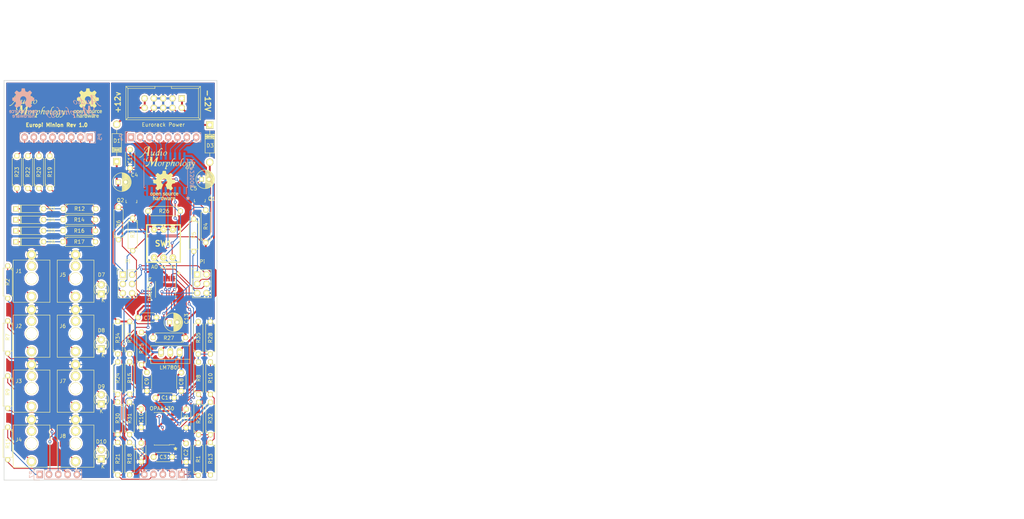
<source format=kicad_pcb>
(kicad_pcb (version 4) (host pcbnew 4.0.2-stable)
  (title_block (title "Europi Minion") (date 2016-10-15) (rev 1.0) (company "Audio Morphology"))
  (layers (0 F.Cu signal) (31 B.Cu signal) (34 B.Paste user hide) (35 F.Paste user hide) (36 B.SilkS user hide) (37 F.SilkS user) (38 B.Mask user hide) (39 F.Mask user hide) (44 Edge.Cuts user))
  (net 0 "")
  (net 1 +12V)
  (net 2 GND)
  (net 3 -12V)
  (net 4 +5V)
  (net 5 VoutA)
  (net 6 VoutB)
  (net 7 VoutC)
  (net 8 VoutD)
  (net 9 "Net-(D1-Pad2)")
  (net 10 "Net-(D2-Pad1)")
  (net 11 "Net-(D3-Pad1)")
  (net 12 "Net-(D4-Pad2)")
  (net 13 "Net-(D4-Pad1)")
  (net 14 "Net-(D5-Pad2)")
  (net 15 "Net-(D6-Pad2)")
  (net 16 "Net-(D7-Pad2)")
  (net 17 "Net-(D8-Pad2)")
  (net 18 "Net-(D9-Pad2)")
  (net 19 "Net-(J1-Pad2)")
  (net 20 "Net-(J2-Pad2)")
  (net 21 "Net-(J3-Pad2)")
  (net 22 "Net-(J4-Pad2)")
  (net 23 "Net-(J5-Pad2)")
  (net 24 "Net-(J6-Pad2)")
  (net 25 "Net-(J7-Pad2)")
  (net 26 "Net-(J8-Pad2)")
  (net 27 +3V3)
  (net 28 SDA_LV)
  (net 29 SCL_LV)
  (net 30 A0)
  (net 31 A1)
  (net 32 A2)
  (net 33 SDA_HV)
  (net 34 SCL_HV)
  (net 35 "Net-(R10-Pad2)")
  (net 36 "Net-(D2-Pad2)")
  (net 37 GPout1)
  (net 38 GPout2)
  (net 39 GPout3)
  (net 40 GPout4)
  (net 41 GPout5)
  (net 42 GPout6)
  (net 43 GPout7)
  (net 44 GPout8)
  (net 45 GPin1)
  (net 46 GPin2)
  (net 47 GPin3)
  (net 48 GPin4)
  (net 49 GPin5)
  (net 50 GPin6)
  (net 51 GPin7)
  (net 52 GPin8)
  (net 53 DACout1)
  (net 54 DACout2)
  (net 55 DACout3)
  (net 56 DACout4)
  (net 57 DACin1)
  (net 58 DACin2)
  (net 59 DACin3)
  (net 60 DACin4)
  (net 61 "Net-(R1-Pad2)")
  (net 62 "Net-(R15-Pad2)")
  (net 63 "Net-(R21-Pad2)")
  (net 64 "Net-(U4-Pad7)")
  (net 65 "Net-(U4-Pad8)")
  (net 66 "Net-(D5-Pad1)")
  (net 67 "Net-(D6-Pad1)")
  (net 68 "Net-(D10-Pad2)")
  (net 69 "Net-(J1-Pad3)")
  (net 70 "Net-(J2-Pad3)")
  (net 71 "Net-(J3-Pad3)")
  (net 72 "Net-(J4-Pad3)")
  (net 73 "Net-(Pi1-Pad2)")
  (net 74 "Net-(Pi1-Pad4)")
  (net 75 "Net-(R28-Pad1)")
  (net 76 "Net-(R13-Pad2)")
  (net 77 "Net-(R18-Pad2)")
  (net 78 "Net-(R24-Pad2)")
  (module europi:tantalum_capacitor (layer F.Cu) (at 120.06 129.28 180)
    (fp_text reference C1 (at -0.03 0.02 180) (layer F.SilkS))
    (fp_text value 10n)
    (pad 1 thru_hole circle (at -2.54 0 180) (size 1.524 1.524) (drill 0.762) (layers *.Cu *.Mask F.SilkS) (net 2 GND))
    (pad 2 thru_hole circle (at 2.54 0 180) (size 1.524 1.524) (drill 0.762) (layers *.Cu *.Mask F.SilkS) (net 1 +12V))
  )
  (module Housings_SOIC:SOIC-18_7.5x11.6mm_Pitch1.27mm (layer B.Cu) (at 120.31 68.06 90)
    (fp_text reference MCP23008 (at 0 7.22 90) (layer B.SilkS) (effects (justify mirror)))
    (fp_text value MCP23008)
    (pad 1 smd rect (at -4.7 5.08 90) (size 2 0.6) (layers B.Cu B.Paste B.Mask) (net 34 SCL_HV))
    (pad 2 smd rect (at -4.7 3.81 90) (size 2 0.6) (layers B.Cu B.Paste B.Mask) (net 33 SDA_HV))
    (pad 3 smd rect (at -4.7 2.54 90) (size 2 0.6) (layers B.Cu B.Paste B.Mask) (net 32 A2))
    (pad 4 smd rect (at -4.7 1.27 90) (size 2 0.6) (layers B.Cu B.Paste B.Mask) (net 31 A1))
    (pad 5 smd rect (at -4.7 0 90) (size 2 0.6) (layers B.Cu B.Paste B.Mask) (net 30 A0))
    (pad 6 smd rect (at -4.7 -1.27 90) (size 2 0.6) (layers B.Cu B.Paste B.Mask) (net 4 +5V))
    (pad 7 smd rect (at -4.7 -2.54 90) (size 2 0.6) (layers B.Cu B.Paste B.Mask) (net 64 "Net-(U4-Pad7)"))
    (pad 8 smd rect (at -4.7 -3.81 90) (size 2 0.6) (layers B.Cu B.Paste B.Mask) (net 65 "Net-(U4-Pad8)"))
    (pad 9 smd rect (at -4.7 -5.08 90) (size 2 0.6) (layers B.Cu B.Paste B.Mask) (net 2 GND))
    (pad 10 smd rect (at 4.7 -5.08 90) (size 2 0.6) (layers B.Cu B.Paste B.Mask) (net 37 GPout1))
    (pad 11 smd rect (at 4.7 -3.81 90) (size 2 0.6) (layers B.Cu B.Paste B.Mask) (net 38 GPout2))
    (pad 12 smd rect (at 4.7 -2.54 90) (size 2 0.6) (layers B.Cu B.Paste B.Mask) (net 39 GPout3))
    (pad 13 smd rect (at 4.7 -1.27 90) (size 2 0.6) (layers B.Cu B.Paste B.Mask) (net 40 GPout4))
    (pad 14 smd rect (at 4.7 0 90) (size 2 0.6) (layers B.Cu B.Paste B.Mask) (net 41 GPout5))
    (pad 15 smd rect (at 4.7 1.27 90) (size 2 0.6) (layers B.Cu B.Paste B.Mask) (net 42 GPout6))
    (pad 16 smd rect (at 4.7 2.54 90) (size 2 0.6) (layers B.Cu B.Paste B.Mask) (net 43 GPout7))
    (pad 17 smd rect (at 4.7 3.81 90) (size 2 0.6) (layers B.Cu B.Paste B.Mask) (net 44 GPout8))
    (pad 18 smd rect (at 4.7 5.08 90) (size 2 0.6) (layers B.Cu B.Paste B.Mask) (net 4 +5V))
  )
  (module europi:Thonkiconn (layer F.Cu) (at 83.75 141.75 180)
    (fp_text reference J4 (at 3.5 1 180) (layer F.SilkS))
    (fp_text value Thonkiconn)
    (pad "" thru_hole circle (at 0 0 180) (size 3 3) (drill 3) (layers *.Cu *.Mask F.SilkS))
    (pad 3 thru_hole circle (at 0 -4.92 180) (size 2.6 2.6) (drill 1.6) (layers *.Cu *.Mask F.SilkS) (net 72 "Net-(J4-Pad3)"))
    (pad 2 thru_hole circle (at 0 3.38 180) (size 2.6 2.6) (drill 1.6) (layers *.Cu *.Mask F.SilkS) (net 22 "Net-(J4-Pad2)"))
    (pad 1 thru_hole circle (at 0 6.48 180) (size 2.6 2.6) (drill 1.4) (layers *.Cu *.Mask F.SilkS) (net 2 GND))
  )
  (module LEDs:LED-3MM (layer F.Cu) (at 102.75 101 90)
    (fp_text reference D7 (at 5.25 0.04 180) (layer F.SilkS))
    (fp_text value LED)
    (fp_text user K (at -1.75 0.5 180) (layer F.SilkS))
    (pad 1 thru_hole rect (at 0 0 180) (size 2 2) (drill 1.00076) (layers *.Cu *.Mask F.SilkS) (net 2 GND))
    (pad 2 thru_hole circle (at 2.54 0 90) (size 2 2) (drill 1.00076) (layers *.Cu *.Mask F.SilkS) (net 16 "Net-(D7-Pad2)"))
  )
  (module LEDs:LED-3MM (layer F.Cu) (at 102.75 116 90)
    (fp_text reference D8 (at 5.08 0.01 180) (layer F.SilkS))
    (fp_text value LED)
    (fp_text user K (at -1.75 0.5 180) (layer F.SilkS))
    (pad 1 thru_hole rect (at 0 0 180) (size 2 2) (drill 1.00076) (layers *.Cu *.Mask F.SilkS) (net 2 GND))
    (pad 2 thru_hole circle (at 2.54 0 90) (size 2 2) (drill 1.00076) (layers *.Cu *.Mask F.SilkS) (net 17 "Net-(D8-Pad2)"))
  )
  (module europi:Thonkiconn (layer F.Cu) (at 83.75 96.75 180)
    (fp_text reference J1 (at 3.5 2 180) (layer F.SilkS))
    (fp_text value Thonkiconn)
    (pad "" thru_hole circle (at 0 0 180) (size 3 3) (drill 3) (layers *.Cu *.Mask F.SilkS))
    (pad 3 thru_hole circle (at 0 -4.92 180) (size 2.6 2.6) (drill 1.6) (layers *.Cu *.Mask F.SilkS) (net 69 "Net-(J1-Pad3)"))
    (pad 2 thru_hole circle (at 0 3.38 180) (size 2.6 2.6) (drill 1.6) (layers *.Cu *.Mask F.SilkS) (net 19 "Net-(J1-Pad2)"))
    (pad 1 thru_hole circle (at 0 6.48 180) (size 2.6 2.6) (drill 1.4) (layers *.Cu *.Mask F.SilkS) (net 2 GND))
  )
  (module europi:Thonkiconn (layer F.Cu) (at 83.75 111.75 180)
    (fp_text reference J2 (at 3.5 2 180) (layer F.SilkS))
    (fp_text value Thonkiconn)
    (pad "" thru_hole circle (at 0 0 180) (size 3 3) (drill 3) (layers *.Cu *.Mask F.SilkS))
    (pad 3 thru_hole circle (at 0 -4.92 180) (size 2.6 2.6) (drill 1.6) (layers *.Cu *.Mask F.SilkS) (net 70 "Net-(J2-Pad3)"))
    (pad 2 thru_hole circle (at 0 3.38 180) (size 2.6 2.6) (drill 1.6) (layers *.Cu *.Mask F.SilkS) (net 20 "Net-(J2-Pad2)"))
    (pad 1 thru_hole circle (at 0 6.48 180) (size 2.6 2.6) (drill 1.4) (layers *.Cu *.Mask F.SilkS) (net 2 GND))
  )
  (module europi:Thonkiconn (layer F.Cu) (at 83.75 126.75 180)
    (fp_text reference J3 (at 3.5 2 180) (layer F.SilkS))
    (fp_text value Thonkiconn)
    (pad "" thru_hole circle (at 0 0 180) (size 3 3) (drill 3) (layers *.Cu *.Mask F.SilkS))
    (pad 3 thru_hole circle (at 0 -4.92 180) (size 2.6 2.6) (drill 1.6) (layers *.Cu *.Mask F.SilkS) (net 71 "Net-(J3-Pad3)"))
    (pad 2 thru_hole circle (at 0 3.38 180) (size 2.6 2.6) (drill 1.6) (layers *.Cu *.Mask F.SilkS) (net 21 "Net-(J3-Pad2)"))
    (pad 1 thru_hole circle (at 0 6.48 180) (size 2.6 2.6) (drill 1.4) (layers *.Cu *.Mask F.SilkS) (net 2 GND))
  )
  (module europi:Thonkiconn (layer F.Cu) (at 95.75 96.75 180)
    (fp_text reference J5 (at 3.5 1 180) (layer F.SilkS))
    (fp_text value Thonkiconn)
    (pad "" thru_hole circle (at 0 0 180) (size 3 3) (drill 3) (layers *.Cu *.Mask F.SilkS))
    (pad 3 thru_hole circle (at 0 -4.92 180) (size 2.6 2.6) (drill 1.6) (layers *.Cu *.Mask F.SilkS) (net 10 "Net-(D2-Pad1)"))
    (pad 2 thru_hole circle (at 0 3.38 180) (size 2.6 2.6) (drill 1.6) (layers *.Cu *.Mask F.SilkS) (net 23 "Net-(J5-Pad2)"))
    (pad 1 thru_hole circle (at 0 6.48 180) (size 2.6 2.6) (drill 1.4) (layers *.Cu *.Mask F.SilkS) (net 2 GND))
  )
  (module europi:Thonkiconn (layer F.Cu) (at 95.75 111.75 180)
    (fp_text reference J6 (at 3.5 2 180) (layer F.SilkS))
    (fp_text value Thonkiconn)
    (pad "" thru_hole circle (at 0 0 180) (size 3 3) (drill 3) (layers *.Cu *.Mask F.SilkS))
    (pad 3 thru_hole circle (at 0 -4.92 180) (size 2.6 2.6) (drill 1.6) (layers *.Cu *.Mask F.SilkS) (net 13 "Net-(D4-Pad1)"))
    (pad 2 thru_hole circle (at 0 3.38 180) (size 2.6 2.6) (drill 1.6) (layers *.Cu *.Mask F.SilkS) (net 24 "Net-(J6-Pad2)"))
    (pad 1 thru_hole circle (at 0 6.48 180) (size 2.6 2.6) (drill 1.4) (layers *.Cu *.Mask F.SilkS) (net 2 GND))
  )
  (module europi:Thonkiconn (layer F.Cu) (at 95.75 126.75 180)
    (fp_text reference J7 (at 3.5 2 180) (layer F.SilkS))
    (fp_text value Thonkiconn)
    (pad "" thru_hole circle (at 0 0 180) (size 3 3) (drill 3) (layers *.Cu *.Mask F.SilkS))
    (pad 3 thru_hole circle (at 0 -4.92 180) (size 2.6 2.6) (drill 1.6) (layers *.Cu *.Mask F.SilkS) (net 66 "Net-(D5-Pad1)"))
    (pad 2 thru_hole circle (at 0 3.38 180) (size 2.6 2.6) (drill 1.6) (layers *.Cu *.Mask F.SilkS) (net 25 "Net-(J7-Pad2)"))
    (pad 1 thru_hole circle (at 0 6.48 180) (size 2.6 2.6) (drill 1.4) (layers *.Cu *.Mask F.SilkS) (net 2 GND))
  )
  (module europi:Thonkiconn (layer F.Cu) (at 95.75 141.75 180)
    (fp_text reference J8 (at 3.5 2 180) (layer F.SilkS))
    (fp_text value Thonkiconn)
    (pad "" thru_hole circle (at 0 0 180) (size 3 3) (drill 3) (layers *.Cu *.Mask F.SilkS))
    (pad 3 thru_hole circle (at 0 -4.92 180) (size 2.6 2.6) (drill 1.6) (layers *.Cu *.Mask F.SilkS) (net 67 "Net-(D6-Pad1)"))
    (pad 2 thru_hole circle (at 0 3.38 180) (size 2.6 2.6) (drill 1.6) (layers *.Cu *.Mask F.SilkS) (net 26 "Net-(J8-Pad2)"))
    (pad 1 thru_hole circle (at 0 6.48 180) (size 2.6 2.6) (drill 1.4) (layers *.Cu *.Mask F.SilkS) (net 2 GND))
  )
  (module TO_SOT_Packages_SMD:SOT-23 (layer F.Cu) (at 129.59 75.22 180)
    (fp_text reference Q1 (at -3.26 0.2 180) (layer F.SilkS))
    (fp_text value BSS138)
    (pad 1 smd rect (at -0.95 1.00076 180) (size 0.8001 0.8001) (layers F.Cu F.Paste F.Mask) (net 27 +3V3))
    (pad 2 smd rect (at 0.95 1.00076 180) (size 0.8001 0.8001) (layers F.Cu F.Paste F.Mask) (net 28 SDA_LV))
    (pad 3 smd rect (at 0 -0.99822 180) (size 0.8001 0.8001) (layers F.Cu F.Paste F.Mask) (net 33 SDA_HV))
  )
  (module TO_SOT_Packages_SMD:SOT-23 (layer F.Cu) (at 110.96 75.44 180)
    (fp_text reference Q2 (at 2.998 0.006 180) (layer F.SilkS))
    (fp_text value BSS138)
    (pad 1 smd rect (at -0.95 1.00076 180) (size 0.8001 0.8001) (layers F.Cu F.Paste F.Mask) (net 27 +3V3))
    (pad 2 smd rect (at 0.95 1.00076 180) (size 0.8001 0.8001) (layers F.Cu F.Paste F.Mask) (net 29 SCL_LV))
    (pad 3 smd rect (at 0 -0.99822 180) (size 0.8001 0.8001) (layers F.Cu F.Paste F.Mask) (net 34 SCL_HV))
  )
  (module Capacitors_ThroughHole:C_Radial_D5_L11_P2 (layer F.Cu) (at 107.36 70.47)
    (fp_text reference C4 (at 4.44 -1.93) (layer F.SilkS))
    (fp_text value 10uF)
    (pad 1 thru_hole rect (at 0 0) (size 1.3 1.3) (drill 0.8) (layers *.Cu *.Mask F.SilkS) (net 1 +12V))
    (pad 2 thru_hole circle (at 2 0) (size 1.3 1.3) (drill 0.8) (layers *.Cu *.Mask F.SilkS) (net 2 GND))
  )
  (module Capacitors_ThroughHole:C_Radial_D5_L11_P2 (layer F.Cu) (at 130.07 69.71)
    (fp_text reference C5 (at -2.17 2.49) (layer F.SilkS))
    (fp_text value 10uF)
    (pad 1 thru_hole rect (at 0 0) (size 1.3 1.3) (drill 0.8) (layers *.Cu *.Mask F.SilkS) (net 2 GND))
    (pad 2 thru_hole circle (at 2 0) (size 1.3 1.3) (drill 0.8) (layers *.Cu *.Mask F.SilkS) (net 3 -12V))
  )
  (module Discret:D3 (layer F.Cu) (at 83.248 77.756 180)
    (fp_text reference D2 (at -6 0 180) (layer F.SilkS))
    (fp_text value 1N4148)
    (pad 1 thru_hole rect (at 3.81 0 180) (size 1.397 1.397) (drill 0.8128) (layers *.Cu *.Mask F.SilkS) (net 10 "Net-(D2-Pad1)"))
    (pad 2 thru_hole circle (at -3.81 0 180) (size 1.397 1.397) (drill 0.8128) (layers *.Cu *.Mask F.SilkS) (net 36 "Net-(D2-Pad2)"))
  )
  (module Discret:D3 (layer F.Cu) (at 83.248 80.756 180)
    (fp_text reference D4 (at -6 0 180) (layer F.SilkS))
    (fp_text value 1N4148)
    (pad 1 thru_hole rect (at 3.81 0 180) (size 1.397 1.397) (drill 0.8128) (layers *.Cu *.Mask F.SilkS) (net 13 "Net-(D4-Pad1)"))
    (pad 2 thru_hole circle (at -3.81 0 180) (size 1.397 1.397) (drill 0.8128) (layers *.Cu *.Mask F.SilkS) (net 12 "Net-(D4-Pad2)"))
  )
  (module Diodes_ThroughHole:Diode_DO-41_SOD81_Horizontal_RM10 (layer F.Cu) (at 106.96254 64.87 90)
    (fp_text reference D1 (at 5.67 0.03746 180) (layer F.SilkS))
    (fp_text value 1N5817)
    (pad 2 thru_hole circle (at 10.16 -0.00254 270) (size 1.99898 1.99898) (drill 1.27) (layers *.Cu *.Mask F.SilkS) (net 9 "Net-(D1-Pad2)"))
    (pad 1 thru_hole rect (at 0 -0.00254 270) (size 1.99898 1.99898) (drill 1.00076) (layers *.Cu *.Mask F.SilkS) (net 1 +12V))
  )
  (module Diodes_ThroughHole:Diode_DO-41_SOD81_Horizontal_RM10 (layer F.Cu) (at 132.31746 54.89 270)
    (fp_text reference D3 (at 5.61 -0.08254 360) (layer F.SilkS))
    (fp_text value 1N5817)
    (pad 2 thru_hole circle (at 10.16 -0.00254 90) (size 1.99898 1.99898) (drill 1.27) (layers *.Cu *.Mask F.SilkS) (net 3 -12V))
    (pad 1 thru_hole rect (at 0 -0.00254 90) (size 1.99898 1.99898) (drill 1.00076) (layers *.Cu *.Mask F.SilkS) (net 11 "Net-(D3-Pad1)"))
  )
  (module Discret:D3 (layer F.Cu) (at 83.248 83.756 180)
    (fp_text reference D5 (at -6 0 180) (layer F.SilkS))
    (fp_text value 1N4148)
    (pad 1 thru_hole rect (at 3.81 0 180) (size 1.397 1.397) (drill 0.8128) (layers *.Cu *.Mask F.SilkS) (net 66 "Net-(D5-Pad1)"))
    (pad 2 thru_hole circle (at -3.81 0 180) (size 1.397 1.397) (drill 0.8128) (layers *.Cu *.Mask F.SilkS) (net 14 "Net-(D5-Pad2)"))
  )
  (module Discret:D3 (layer F.Cu) (at 83.248 86.756 180)
    (fp_text reference D6 (at -6 0 180) (layer F.SilkS))
    (fp_text value 1N4148)
    (pad 1 thru_hole rect (at 3.81 0 180) (size 1.397 1.397) (drill 0.8128) (layers *.Cu *.Mask F.SilkS) (net 67 "Net-(D6-Pad1)"))
    (pad 2 thru_hole circle (at -3.81 0 180) (size 1.397 1.397) (drill 0.8128) (layers *.Cu *.Mask F.SilkS) (net 15 "Net-(D6-Pad2)"))
  )
  (module LEDs:LED-3MM (layer F.Cu) (at 102.75 131 90)
    (fp_text reference D9 (at 4.75 0 180) (layer F.SilkS))
    (fp_text value LED)
    (fp_text user K (at -2 0.05 180) (layer F.SilkS))
    (pad 1 thru_hole rect (at 0 0 180) (size 2 2) (drill 1.00076) (layers *.Cu *.Mask F.SilkS) (net 2 GND))
    (pad 2 thru_hole circle (at 2.54 0 90) (size 2 2) (drill 1.00076) (layers *.Cu *.Mask F.SilkS) (net 18 "Net-(D9-Pad2)"))
  )
  (module LEDs:LED-3MM (layer F.Cu) (at 102.75 146 90)
    (fp_text reference D10 (at 4.75 0 180) (layer F.SilkS))
    (fp_text value LED)
    (fp_text user K (at -2.1 0.45 180) (layer F.SilkS))
    (pad 1 thru_hole rect (at 0 0 180) (size 2 2) (drill 1.00076) (layers *.Cu *.Mask F.SilkS) (net 2 GND))
    (pad 2 thru_hole circle (at 2.54 0 90) (size 2 2) (drill 1.00076) (layers *.Cu *.Mask F.SilkS) (net 68 "Net-(D10-Pad2)"))
  )
  (module Pin_Headers:Pin_Header_Straight_2x03 (layer F.Cu) (at 128.89 95.66)
    (fp_text reference Pi (at 1.39 -3.49) (layer F.SilkS))
    (fp_text value CONN_02X03)
    (pad 1 thru_hole rect (at 0 0) (size 1.7272 1.7272) (drill 1.016) (layers *.Cu *.Mask F.SilkS) (net 27 +3V3))
    (pad 2 thru_hole oval (at 2.54 0) (size 1.7272 1.7272) (drill 1.016) (layers *.Cu *.Mask F.SilkS) (net 73 "Net-(Pi1-Pad2)"))
    (pad 3 thru_hole oval (at 0 2.54) (size 1.7272 1.7272) (drill 1.016) (layers *.Cu *.Mask F.SilkS) (net 28 SDA_LV))
    (pad 4 thru_hole oval (at 2.54 2.54) (size 1.7272 1.7272) (drill 1.016) (layers *.Cu *.Mask F.SilkS) (net 74 "Net-(Pi1-Pad4)"))
    (pad 5 thru_hole oval (at 0 5.08) (size 1.7272 1.7272) (drill 1.016) (layers *.Cu *.Mask F.SilkS) (net 29 SCL_LV))
    (pad 6 thru_hole oval (at 2.54 5.08) (size 1.7272 1.7272) (drill 1.016) (layers *.Cu *.Mask F.SilkS) (net 2 GND))
  )
  (module Connect:IDC_Header_Straight_10pins (layer F.Cu) (at 124.7 47.65 180)
    (fp_text reference "Eurorack Power" (at 5.06 -7.16 180) (layer F.SilkS))
    (fp_text value CONN_02X05)
    (pad 1 thru_hole rect (at 0 0 180) (size 1.7272 1.7272) (drill 1.016) (layers *.Cu *.Mask F.SilkS) (net 11 "Net-(D3-Pad1)"))
    (pad 2 thru_hole oval (at 0 -2.54 180) (size 1.7272 1.7272) (drill 1.016) (layers *.Cu *.Mask F.SilkS) (net 11 "Net-(D3-Pad1)"))
    (pad 3 thru_hole oval (at 2.54 0 180) (size 1.7272 1.7272) (drill 1.016) (layers *.Cu *.Mask F.SilkS) (net 2 GND))
    (pad 4 thru_hole oval (at 2.54 -2.54 180) (size 1.7272 1.7272) (drill 1.016) (layers *.Cu *.Mask F.SilkS) (net 2 GND))
    (pad 5 thru_hole oval (at 5.08 0 180) (size 1.7272 1.7272) (drill 1.016) (layers *.Cu *.Mask F.SilkS) (net 2 GND))
    (pad 6 thru_hole oval (at 5.08 -2.54 180) (size 1.7272 1.7272) (drill 1.016) (layers *.Cu *.Mask F.SilkS) (net 2 GND))
    (pad 7 thru_hole oval (at 7.62 0 180) (size 1.7272 1.7272) (drill 1.016) (layers *.Cu *.Mask F.SilkS) (net 2 GND))
    (pad 8 thru_hole oval (at 7.62 -2.54 180) (size 1.7272 1.7272) (drill 1.016) (layers *.Cu *.Mask F.SilkS) (net 2 GND))
    (pad 9 thru_hole oval (at 10.16 0 180) (size 1.7272 1.7272) (drill 1.016) (layers *.Cu *.Mask F.SilkS) (net 9 "Net-(D1-Pad2)"))
    (pad 10 thru_hole oval (at 10.16 -2.54 180) (size 1.7272 1.7272) (drill 1.016) (layers *.Cu *.Mask F.SilkS) (net 9 "Net-(D1-Pad2)"))
  )
  (module Pin_Headers:Pin_Header_Straight_2x03 (layer F.Cu) (at 108.61 95.71)
    (fp_text reference Pi (at 1.35 -3.54) (layer F.SilkS))
    (fp_text value CONN_02X03)
    (pad 1 thru_hole rect (at 0 0) (size 1.7272 1.7272) (drill 1.016) (layers *.Cu *.Mask F.SilkS) (net 27 +3V3))
    (pad 2 thru_hole oval (at 2.54 0) (size 1.7272 1.7272) (drill 1.016) (layers *.Cu *.Mask F.SilkS) (net 73 "Net-(Pi1-Pad2)"))
    (pad 3 thru_hole oval (at 0 2.54) (size 1.7272 1.7272) (drill 1.016) (layers *.Cu *.Mask F.SilkS) (net 28 SDA_LV))
    (pad 4 thru_hole oval (at 2.54 2.54) (size 1.7272 1.7272) (drill 1.016) (layers *.Cu *.Mask F.SilkS) (net 74 "Net-(Pi1-Pad4)"))
    (pad 5 thru_hole oval (at 0 5.08) (size 1.7272 1.7272) (drill 1.016) (layers *.Cu *.Mask F.SilkS) (net 29 SCL_LV))
    (pad 6 thru_hole oval (at 2.54 5.08) (size 1.7272 1.7272) (drill 1.016) (layers *.Cu *.Mask F.SilkS) (net 2 GND))
  )
  (module Pin_Headers:Pin_Header_Straight_1x08 (layer B.Cu) (at 110.825 58.25 270)
    (fp_text reference P4 (at 0.04 2.595 270) (layer B.SilkS) (effects (justify mirror)))
    (fp_text value CONN_01X08)
    (pad 1 thru_hole rect (at 0 0 270) (size 2.032 1.7272) (drill 1.016) (layers *.Cu *.Mask B.SilkS) (net 37 GPout1))
    (pad 2 thru_hole oval (at 0 -2.54 270) (size 2.032 1.7272) (drill 1.016) (layers *.Cu *.Mask B.SilkS) (net 38 GPout2))
    (pad 3 thru_hole oval (at 0 -5.08 270) (size 2.032 1.7272) (drill 1.016) (layers *.Cu *.Mask B.SilkS) (net 39 GPout3))
    (pad 4 thru_hole oval (at 0 -7.62 270) (size 2.032 1.7272) (drill 1.016) (layers *.Cu *.Mask B.SilkS) (net 40 GPout4))
    (pad 5 thru_hole oval (at 0 -10.16 270) (size 2.032 1.7272) (drill 1.016) (layers *.Cu *.Mask B.SilkS) (net 41 GPout5))
    (pad 6 thru_hole oval (at 0 -12.7 270) (size 2.032 1.7272) (drill 1.016) (layers *.Cu *.Mask B.SilkS) (net 42 GPout6))
    (pad 7 thru_hole oval (at 0 -15.24 270) (size 2.032 1.7272) (drill 1.016) (layers *.Cu *.Mask B.SilkS) (net 43 GPout7))
    (pad 8 thru_hole oval (at 0 -17.78 270) (size 2.032 1.7272) (drill 1.016) (layers *.Cu *.Mask B.SilkS) (net 44 GPout8))
  )
  (module Pin_Headers:Pin_Header_Straight_1x08 (layer B.Cu) (at 99.625 58.25 90)
    (fp_text reference P5 (at 0.1 2.775 90) (layer B.SilkS) (effects (justify mirror)))
    (fp_text value CONN_01X08)
    (pad 1 thru_hole rect (at 0 0 90) (size 2.032 1.7272) (drill 1.016) (layers *.Cu *.Mask B.SilkS) (net 45 GPin1))
    (pad 2 thru_hole oval (at 0 -2.54 90) (size 2.032 1.7272) (drill 1.016) (layers *.Cu *.Mask B.SilkS) (net 46 GPin2))
    (pad 3 thru_hole oval (at 0 -5.08 90) (size 2.032 1.7272) (drill 1.016) (layers *.Cu *.Mask B.SilkS) (net 47 GPin3))
    (pad 4 thru_hole oval (at 0 -7.62 90) (size 2.032 1.7272) (drill 1.016) (layers *.Cu *.Mask B.SilkS) (net 48 GPin4))
    (pad 5 thru_hole oval (at 0 -10.16 90) (size 2.032 1.7272) (drill 1.016) (layers *.Cu *.Mask B.SilkS) (net 49 GPin5))
    (pad 6 thru_hole oval (at 0 -12.7 90) (size 2.032 1.7272) (drill 1.016) (layers *.Cu *.Mask B.SilkS) (net 50 GPin6))
    (pad 7 thru_hole oval (at 0 -15.24 90) (size 2.032 1.7272) (drill 1.016) (layers *.Cu *.Mask B.SilkS) (net 51 GPin7))
    (pad 8 thru_hole oval (at 0 -17.78 90) (size 2.032 1.7272) (drill 1.016) (layers *.Cu *.Mask B.SilkS) (net 52 GPin8))
  )
  (module Pin_Headers:Pin_Header_Straight_1x05 (layer B.Cu) (at 124.62 150.19 90)
    (fp_text reference P6 (at -0.02 2.075 90) (layer B.SilkS) (effects (justify mirror)))
    (fp_text value CONN_01X05)
    (pad 1 thru_hole rect (at 0 0 90) (size 2.032 1.7272) (drill 1.016) (layers *.Cu *.Mask B.SilkS) (net 53 DACout1))
    (pad 2 thru_hole oval (at 0 -2.54 90) (size 2.032 1.7272) (drill 1.016) (layers *.Cu *.Mask B.SilkS) (net 54 DACout2))
    (pad 3 thru_hole oval (at 0 -5.08 90) (size 2.032 1.7272) (drill 1.016) (layers *.Cu *.Mask B.SilkS) (net 55 DACout3))
    (pad 4 thru_hole oval (at 0 -7.62 90) (size 2.032 1.7272) (drill 1.016) (layers *.Cu *.Mask B.SilkS) (net 56 DACout4))
    (pad 5 thru_hole oval (at 0 -10.16 90) (size 2.032 1.7272) (drill 1.016) (layers *.Cu *.Mask B.SilkS) (net 2 GND))
  )
  (module Pin_Headers:Pin_Header_Straight_1x05 (layer B.Cu) (at 85.96 150.2 270)
    (fp_text reference P7 (at 0.03 2.26 270) (layer B.SilkS) (effects (justify mirror)))
    (fp_text value CONN_01X05)
    (pad 1 thru_hole rect (at 0 0 270) (size 2.032 1.7272) (drill 1.016) (layers *.Cu *.Mask B.SilkS) (net 57 DACin1))
    (pad 2 thru_hole oval (at 0 -2.54 270) (size 2.032 1.7272) (drill 1.016) (layers *.Cu *.Mask B.SilkS) (net 58 DACin2))
    (pad 3 thru_hole oval (at 0 -5.08 270) (size 2.032 1.7272) (drill 1.016) (layers *.Cu *.Mask B.SilkS) (net 59 DACin3))
    (pad 4 thru_hole oval (at 0 -7.62 270) (size 2.032 1.7272) (drill 1.016) (layers *.Cu *.Mask B.SilkS) (net 60 DACin4))
    (pad 5 thru_hole oval (at 0 -10.16 270) (size 2.032 1.7272) (drill 1.016) (layers *.Cu *.Mask B.SilkS) (net 2 GND))
  )
  (module dips-s:DIPS-DS03 (layer F.Cu) (at 119.7 87.225)
    (fp_text reference SW1 (at 0 0) (layer F.SilkS) (effects (font (thickness 0.3048))))
    (fp_text value DIPS_03 hide)
    (pad 1 thru_hole circle (at -2.54 3.81) (size 1.778 1.778) (drill 0.635) (layers *.Cu *.Mask F.SilkS) (net 30 A0))
    (pad 2 thru_hole circle (at 0 3.81) (size 1.778 1.778) (drill 0.635) (layers *.Cu *.Mask F.SilkS) (net 31 A1))
    (pad 3 thru_hole circle (at 2.54 3.81) (size 1.778 1.778) (drill 0.635) (layers *.Cu *.Mask F.SilkS) (net 32 A2))
    (pad 4 thru_hole circle (at 2.54 -3.81) (size 1.778 1.778) (drill 0.635) (layers *.Cu *.Mask F.SilkS) (net 2 GND))
    (pad 5 thru_hole circle (at 0 -3.81) (size 1.778 1.778) (drill 0.635) (layers *.Cu *.Mask F.SilkS) (net 2 GND))
    (pad 6 thru_hole circle (at -2.54 -3.81) (size 1.778 1.778) (drill 0.635) (layers *.Cu *.Mask F.SilkS) (net 2 GND))
  )
  (module Housings_SOIC:SOIC-14_3.9x8.7mm_Pitch1.27mm (layer F.Cu) (at 119.25 137.75 180)
    (fp_text reference OPA4130 (at -0.03 5.54 180) (layer F.SilkS))
    (fp_text value OPA4130)
    (pad 1 smd rect (at -2.7 -3.81 180) (size 1.5 0.6) (layers F.Cu F.Paste F.Mask) (net 53 DACout1))
    (pad 2 smd rect (at -2.7 -2.54 180) (size 1.5 0.6) (layers F.Cu F.Paste F.Mask) (net 61 "Net-(R1-Pad2)"))
    (pad 3 smd rect (at -2.7 -1.27 180) (size 1.5 0.6) (layers F.Cu F.Paste F.Mask) (net 5 VoutA))
    (pad 4 smd rect (at -2.7 0 180) (size 1.5 0.6) (layers F.Cu F.Paste F.Mask) (net 1 +12V))
    (pad 5 smd rect (at -2.7 1.27 180) (size 1.5 0.6) (layers F.Cu F.Paste F.Mask) (net 6 VoutB))
    (pad 6 smd rect (at -2.7 2.54 180) (size 1.5 0.6) (layers F.Cu F.Paste F.Mask) (net 35 "Net-(R10-Pad2)"))
    (pad 7 smd rect (at -2.7 3.81 180) (size 1.5 0.6) (layers F.Cu F.Paste F.Mask) (net 54 DACout2))
    (pad 8 smd rect (at 2.7 3.81 180) (size 1.5 0.6) (layers F.Cu F.Paste F.Mask) (net 55 DACout3))
    (pad 9 smd rect (at 2.7 2.54 180) (size 1.5 0.6) (layers F.Cu F.Paste F.Mask) (net 62 "Net-(R15-Pad2)"))
    (pad 10 smd rect (at 2.7 1.27 180) (size 1.5 0.6) (layers F.Cu F.Paste F.Mask) (net 7 VoutC))
    (pad 11 smd rect (at 2.7 0 180) (size 1.5 0.6) (layers F.Cu F.Paste F.Mask) (net 3 -12V))
    (pad 12 smd rect (at 2.7 -1.27 180) (size 1.5 0.6) (layers F.Cu F.Paste F.Mask) (net 8 VoutD))
    (pad 13 smd rect (at 2.7 -2.54 180) (size 1.5 0.6) (layers F.Cu F.Paste F.Mask) (net 63 "Net-(R21-Pad2)"))
    (pad 14 smd rect (at 2.7 -3.81 180) (size 1.5 0.6) (layers F.Cu F.Paste F.Mask) (net 56 DACout4))
  )
  (module Housings_SSOP:TSSOP-16_4.4x5mm_Pitch0.65mm (layer F.Cu) (at 120.25 99.75 270)
    (fp_text reference DAC8574 (at -0.12 4.27 270) (layer F.SilkS))
    (fp_text value DAC8574)
    (pad 1 smd rect (at -2.95 -2.275 270) (size 1.5 0.45) (layers F.Cu F.Paste F.Mask) (net 5 VoutA))
    (pad 2 smd rect (at -2.95 -1.625 270) (size 1.5 0.45) (layers F.Cu F.Paste F.Mask) (net 6 VoutB))
    (pad 3 smd rect (at -2.95 -0.975 270) (size 1.5 0.45) (layers F.Cu F.Paste F.Mask) (net 4 +5V))
    (pad 4 smd rect (at -2.95 -0.325 270) (size 1.5 0.45) (layers F.Cu F.Paste F.Mask) (net 4 +5V))
    (pad 5 smd rect (at -2.95 0.325 270) (size 1.5 0.45) (layers F.Cu F.Paste F.Mask) (net 2 GND))
    (pad 6 smd rect (at -2.95 0.975 270) (size 1.5 0.45) (layers F.Cu F.Paste F.Mask) (net 2 GND))
    (pad 7 smd rect (at -2.95 1.625 270) (size 1.5 0.45) (layers F.Cu F.Paste F.Mask) (net 7 VoutC))
    (pad 8 smd rect (at -2.95 2.275 270) (size 1.5 0.45) (layers F.Cu F.Paste F.Mask) (net 8 VoutD))
    (pad 9 smd rect (at 2.95 2.275 270) (size 1.5 0.45) (layers F.Cu F.Paste F.Mask) (net 2 GND))
    (pad 10 smd rect (at 2.95 1.625 270) (size 1.5 0.45) (layers F.Cu F.Paste F.Mask) (net 34 SCL_HV))
    (pad 11 smd rect (at 2.95 0.975 270) (size 1.5 0.45) (layers F.Cu F.Paste F.Mask) (net 33 SDA_HV))
    (pad 12 smd rect (at 2.95 0.325 270) (size 1.5 0.45) (layers F.Cu F.Paste F.Mask) (net 4 +5V))
    (pad 13 smd rect (at 2.95 -0.325 270) (size 1.5 0.45) (layers F.Cu F.Paste F.Mask) (net 30 A0))
    (pad 14 smd rect (at 2.95 -0.975 270) (size 1.5 0.45) (layers F.Cu F.Paste F.Mask) (net 31 A1))
    (pad 15 smd rect (at 2.95 -1.625 270) (size 1.5 0.45) (layers F.Cu F.Paste F.Mask) (net 32 A2))
    (pad 16 smd rect (at 2.95 -2.275 270) (size 1.5 0.45) (layers F.Cu F.Paste F.Mask) (net 2 GND))
  )
  (module europi:7805 (layer F.Cu) (at 121.56 116.9 180)
    (fp_text reference LM7805 (at 0.05 -4.15 180) (layer F.SilkS))
    (fp_text value RRG7805)
    (pad 2 thru_hole oval (at 0 0 270) (size 2.49936 1.50114) (drill 1.00076) (layers *.Cu *.Mask F.SilkS) (net 2 GND))
    (pad 1 thru_hole oval (at -2.54 0 270) (size 2.49936 1.50114) (drill 1.00076) (layers *.Cu *.Mask F.SilkS) (net 1 +12V))
    (pad 3 thru_hole oval (at 2.54 0 270) (size 2.49936 1.50114) (drill 1.00076) (layers *.Cu *.Mask F.SilkS) (net 4 +5V))
  )
  (module Capacitors_ThroughHole:C_Radial_D5_L11_P2 (layer F.Cu) (at 121.4 108.7)
    (fp_text reference C13 (at 4.57 -0.94 90) (layer F.SilkS))
    (fp_text value 10uF)
    (pad 1 thru_hole rect (at 0 0) (size 1.3 1.3) (drill 0.8) (layers *.Cu *.Mask F.SilkS) (net 4 +5V))
    (pad 2 thru_hole circle (at 2 0) (size 1.3 1.3) (drill 0.8) (layers *.Cu *.Mask F.SilkS) (net 2 GND))
  )
  (module europi:tantalum_capacitor (layer F.Cu) (at 125.88 144.29 270)
    (fp_text reference C2 (at -0.02 0.03 450) (layer F.SilkS))
    (fp_text value 10n)
    (pad 1 thru_hole circle (at -2.54 0 270) (size 1.524 1.524) (drill 0.762) (layers *.Cu *.Mask F.SilkS) (net 5 VoutA))
    (pad 2 thru_hole circle (at 2.54 0 270) (size 1.524 1.524) (drill 0.762) (layers *.Cu *.Mask F.SilkS) (net 2 GND))
  )
  (module europi:tantalum_capacitor (layer F.Cu) (at 119.54 145.46 180)
    (fp_text reference C3 (at -0.04 -0.03 360) (layer F.SilkS))
    (fp_text value 10n)
    (pad 1 thru_hole circle (at -2.54 0 180) (size 1.524 1.524) (drill 0.762) (layers *.Cu *.Mask F.SilkS) (net 2 GND))
    (pad 2 thru_hole circle (at 2.54 0 180) (size 1.524 1.524) (drill 0.762) (layers *.Cu *.Mask F.SilkS) (net 3 -12V))
  )
  (module europi:tantalum_capacitor (layer F.Cu) (at 125.88 134.93 270)
    (fp_text reference C6 (at -0.11 0.04 270) (layer F.SilkS))
    (fp_text value 10n)
    (pad 1 thru_hole circle (at -2.54 0 270) (size 1.524 1.524) (drill 0.762) (layers *.Cu *.Mask F.SilkS) (net 6 VoutB))
    (pad 2 thru_hole circle (at 2.54 0 270) (size 1.524 1.524) (drill 0.762) (layers *.Cu *.Mask F.SilkS) (net 2 GND))
  )
  (module europi:tantalum_capacitor (layer F.Cu) (at 115.24 107.4)
    (fp_text reference C7 (at 0.082 0.134) (layer F.SilkS))
    (fp_text value 100n)
    (pad 1 thru_hole circle (at -2.54 0) (size 1.524 1.524) (drill 0.762) (layers *.Cu *.Mask F.SilkS) (net 4 +5V))
    (pad 2 thru_hole circle (at 2.54 0) (size 1.524 1.524) (drill 0.762) (layers *.Cu *.Mask F.SilkS) (net 2 GND))
  )
  (module europi:tantalum_capacitor (layer F.Cu) (at 124.58 124.96 270)
    (fp_text reference C8 (at -0.03 0.03 270) (layer F.SilkS))
    (fp_text value 330n)
    (pad 1 thru_hole circle (at -2.54 0 270) (size 1.524 1.524) (drill 0.762) (layers *.Cu *.Mask F.SilkS) (net 1 +12V))
    (pad 2 thru_hole circle (at 2.54 0 270) (size 1.524 1.524) (drill 0.762) (layers *.Cu *.Mask F.SilkS) (net 2 GND))
  )
  (module europi:tantalum_capacitor (layer F.Cu) (at 115.18 124.91 270)
    (fp_text reference C9 (at -0.05 0.01 270) (layer F.SilkS))
    (fp_text value 100n)
    (pad 1 thru_hole circle (at -2.54 0 270) (size 1.524 1.524) (drill 0.762) (layers *.Cu *.Mask F.SilkS) (net 4 +5V))
    (pad 2 thru_hole circle (at 2.54 0 270) (size 1.524 1.524) (drill 0.762) (layers *.Cu *.Mask F.SilkS) (net 2 GND))
  )
  (module europi:tantalum_capacitor (layer F.Cu) (at 113.65 134.86 270)
    (fp_text reference C10 (at -0.04 0.02 450) (layer F.SilkS))
    (fp_text value 10n)
    (pad 1 thru_hole circle (at -2.54 0 270) (size 1.524 1.524) (drill 0.762) (layers *.Cu *.Mask F.SilkS) (net 7 VoutC))
    (pad 2 thru_hole circle (at 2.54 0 270) (size 1.524 1.524) (drill 0.762) (layers *.Cu *.Mask F.SilkS) (net 2 GND))
  )
  (module europi:tantalum_capacitor (layer F.Cu) (at 110.61 64.14 90)
    (fp_text reference C11 (at 0.04 -0.05 90) (layer F.SilkS))
    (fp_text value 10n)
    (pad 1 thru_hole circle (at -2.54 0 90) (size 1.524 1.524) (drill 0.762) (layers *.Cu *.Mask F.SilkS) (net 2 GND))
    (pad 2 thru_hole circle (at 2.54 0 90) (size 1.524 1.524) (drill 0.762) (layers *.Cu *.Mask F.SilkS) (net 4 +5V))
  )
  (module europi:tantalum_capacitor (layer F.Cu) (at 113.65 144.18 270)
    (fp_text reference C12 (at 0.02 -0.04 450) (layer F.SilkS))
    (fp_text value 10n)
    (pad 1 thru_hole circle (at -2.54 0 270) (size 1.524 1.524) (drill 0.762) (layers *.Cu *.Mask F.SilkS) (net 8 VoutD))
    (pad 2 thru_hole circle (at 2.54 0 270) (size 1.524 1.524) (drill 0.762) (layers *.Cu *.Mask F.SilkS) (net 2 GND))
  )
  (module Discret:R3-5 (layer F.Cu) (at 129.16 146.025 90)
    (fp_text reference R1 (at 0 0 90) (layer F.SilkS))
    (fp_text value 2k2)
    (pad 1 thru_hole circle (at -4.445 0 90) (size 1.397 1.397) (drill 0.8128) (layers *.Cu *.Mask F.SilkS) (net 53 DACout1))
    (pad 2 thru_hole circle (at 4.445 0 90) (size 1.397 1.397) (drill 0.8128) (layers *.Cu *.Mask F.SilkS) (net 61 "Net-(R1-Pad2)"))
  )
  (module Discret:R3-5 (layer F.Cu) (at 77.25 97.75 270)
    (fp_text reference R2 (at 0 0 270) (layer F.SilkS))
    (fp_text value 220R)
    (pad 1 thru_hole circle (at -4.445 0 270) (size 1.397 1.397) (drill 0.8128) (layers *.Cu *.Mask F.SilkS) (net 69 "Net-(J1-Pad3)"))
    (pad 2 thru_hole circle (at 4.445 0 270) (size 1.397 1.397) (drill 0.8128) (layers *.Cu *.Mask F.SilkS) (net 57 DACin1))
  )
  (module Discret:R3-5 (layer F.Cu) (at 111.31 84.75 270)
    (fp_text reference R3 (at 0 0 270) (layer F.SilkS))
    (fp_text value 10k)
    (pad 1 thru_hole circle (at -4.445 0 270) (size 1.397 1.397) (drill 0.8128) (layers *.Cu *.Mask F.SilkS) (net 27 +3V3))
    (pad 2 thru_hole circle (at 4.445 0 270) (size 1.397 1.397) (drill 0.8128) (layers *.Cu *.Mask F.SilkS) (net 28 SDA_LV))
  )
  (module Discret:R3-5 (layer F.Cu) (at 131.23 82.525 90)
    (fp_text reference R4 (at 0 0 90) (layer F.SilkS))
    (fp_text value 10k)
    (pad 1 thru_hole circle (at -4.445 0 90) (size 1.397 1.397) (drill 0.8128) (layers *.Cu *.Mask F.SilkS) (net 4 +5V))
    (pad 2 thru_hole circle (at 4.445 0 90) (size 1.397 1.397) (drill 0.8128) (layers *.Cu *.Mask F.SilkS) (net 33 SDA_HV))
  )
  (module Discret:R3-5 (layer F.Cu) (at 127.96 84.95 270)
    (fp_text reference R5 (at 0 0 270) (layer F.SilkS))
    (fp_text value 10k)
    (pad 1 thru_hole circle (at -4.445 0 270) (size 1.397 1.397) (drill 0.8128) (layers *.Cu *.Mask F.SilkS) (net 27 +3V3))
    (pad 2 thru_hole circle (at 4.445 0 270) (size 1.397 1.397) (drill 0.8128) (layers *.Cu *.Mask F.SilkS) (net 29 SCL_LV))
  )
  (module Discret:R3-5 (layer F.Cu) (at 107.45 81.75 90)
    (fp_text reference R6 (at 0 0 90) (layer F.SilkS))
    (fp_text value 10k)
    (pad 1 thru_hole circle (at -4.445 0 90) (size 1.397 1.397) (drill 0.8128) (layers *.Cu *.Mask F.SilkS) (net 4 +5V))
    (pad 2 thru_hole circle (at 4.445 0 90) (size 1.397 1.397) (drill 0.8128) (layers *.Cu *.Mask F.SilkS) (net 34 SCL_HV))
  )
  (module Discret:R3-5 (layer F.Cu) (at 77.25 112.75 270)
    (fp_text reference R7 (at 0 0 270) (layer F.SilkS))
    (fp_text value 220R)
    (pad 1 thru_hole circle (at -4.445 0 270) (size 1.397 1.397) (drill 0.8128) (layers *.Cu *.Mask F.SilkS) (net 70 "Net-(J2-Pad3)"))
    (pad 2 thru_hole circle (at 4.445 0 270) (size 1.397 1.397) (drill 0.8128) (layers *.Cu *.Mask F.SilkS) (net 58 DACin2))
  )
  (module Discret:R3-5 (layer F.Cu) (at 129.25 123.945 90)
    (fp_text reference R8 (at 0 0 90) (layer F.SilkS))
    (fp_text value 10k)
    (pad 1 thru_hole circle (at -4.445 0 90) (size 1.397 1.397) (drill 0.8128) (layers *.Cu *.Mask F.SilkS) (net 61 "Net-(R1-Pad2)"))
    (pad 2 thru_hole circle (at 4.445 0 90) (size 1.397 1.397) (drill 0.8128) (layers *.Cu *.Mask F.SilkS) (net 75 "Net-(R28-Pad1)"))
  )
  (module Discret:R3-5 (layer F.Cu) (at 77.25 127.75 270)
    (fp_text reference R9 (at 0 0 270) (layer F.SilkS))
    (fp_text value 220R)
    (pad 1 thru_hole circle (at -4.445 0 270) (size 1.397 1.397) (drill 0.8128) (layers *.Cu *.Mask F.SilkS) (net 71 "Net-(J3-Pad3)"))
    (pad 2 thru_hole circle (at 4.445 0 270) (size 1.397 1.397) (drill 0.8128) (layers *.Cu *.Mask F.SilkS) (net 59 DACin3))
  )
  (module Discret:R3-5 (layer F.Cu) (at 132.5 123.945 270)
    (fp_text reference R10 (at 0 0 270) (layer F.SilkS))
    (fp_text value 2k2)
    (pad 1 thru_hole circle (at -4.445 0 270) (size 1.397 1.397) (drill 0.8128) (layers *.Cu *.Mask F.SilkS) (net 54 DACout2))
    (pad 2 thru_hole circle (at 4.445 0 270) (size 1.397 1.397) (drill 0.8128) (layers *.Cu *.Mask F.SilkS) (net 35 "Net-(R10-Pad2)"))
  )
  (module Discret:R3-5 (layer F.Cu) (at 77.25 141.75 270)
    (fp_text reference R11 (at 0 0 270) (layer F.SilkS))
    (fp_text value 220R)
    (pad 1 thru_hole circle (at -4.445 0 270) (size 1.397 1.397) (drill 0.8128) (layers *.Cu *.Mask F.SilkS) (net 72 "Net-(J4-Pad3)"))
    (pad 2 thru_hole circle (at 4.445 0 270) (size 1.397 1.397) (drill 0.8128) (layers *.Cu *.Mask F.SilkS) (net 60 DACin4))
  )
  (module Discret:R3-5 (layer F.Cu) (at 96.828 77.756)
    (fp_text reference R12 (at 0 0) (layer F.SilkS))
    (fp_text value 470R)
    (pad 1 thru_hole circle (at -4.445 0) (size 1.397 1.397) (drill 0.8128) (layers *.Cu *.Mask F.SilkS) (net 36 "Net-(D2-Pad2)"))
    (pad 2 thru_hole circle (at 4.445 0) (size 1.397 1.397) (drill 0.8128) (layers *.Cu *.Mask F.SilkS) (net 45 GPin1))
  )
  (module Discret:R3-5 (layer F.Cu) (at 132.5 145.945 270)
    (fp_text reference R13 (at 0 0 270) (layer F.SilkS))
    (fp_text value 10k)
    (pad 1 thru_hole circle (at -4.445 0 270) (size 1.397 1.397) (drill 0.8128) (layers *.Cu *.Mask F.SilkS) (net 35 "Net-(R10-Pad2)"))
    (pad 2 thru_hole circle (at 4.445 0 270) (size 1.397 1.397) (drill 0.8128) (layers *.Cu *.Mask F.SilkS) (net 76 "Net-(R13-Pad2)"))
  )
  (module Discret:R3-5 (layer F.Cu) (at 96.748 80.756)
    (fp_text reference R14 (at 0 0) (layer F.SilkS))
    (fp_text value 470R)
    (pad 1 thru_hole circle (at -4.445 0) (size 1.397 1.397) (drill 0.8128) (layers *.Cu *.Mask F.SilkS) (net 12 "Net-(D4-Pad2)"))
    (pad 2 thru_hole circle (at 4.445 0) (size 1.397 1.397) (drill 0.8128) (layers *.Cu *.Mask F.SilkS) (net 46 GPin2))
  )
  (module Discret:R3-5 (layer F.Cu) (at 110.5 123.905 270)
    (fp_text reference R15 (at 0 0 270) (layer F.SilkS))
    (fp_text value 2k2)
    (pad 1 thru_hole circle (at -4.445 0 270) (size 1.397 1.397) (drill 0.8128) (layers *.Cu *.Mask F.SilkS) (net 55 DACout3))
    (pad 2 thru_hole circle (at 4.445 0 270) (size 1.397 1.397) (drill 0.8128) (layers *.Cu *.Mask F.SilkS) (net 62 "Net-(R15-Pad2)"))
  )
  (module Discret:R3-5 (layer F.Cu) (at 96.748 83.756)
    (fp_text reference R16 (at 0 0) (layer F.SilkS))
    (fp_text value 470R)
    (pad 1 thru_hole circle (at -4.445 0) (size 1.397 1.397) (drill 0.8128) (layers *.Cu *.Mask F.SilkS) (net 14 "Net-(D5-Pad2)"))
    (pad 2 thru_hole circle (at 4.445 0) (size 1.397 1.397) (drill 0.8128) (layers *.Cu *.Mask F.SilkS) (net 47 GPin3))
  )
  (module Discret:R3-5 (layer F.Cu) (at 96.748 86.756)
    (fp_text reference R17 (at 0 0) (layer F.SilkS))
    (fp_text value 470R)
    (pad 1 thru_hole circle (at -4.445 0) (size 1.397 1.397) (drill 0.8128) (layers *.Cu *.Mask F.SilkS) (net 15 "Net-(D6-Pad2)"))
    (pad 2 thru_hole circle (at 4.445 0) (size 1.397 1.397) (drill 0.8128) (layers *.Cu *.Mask F.SilkS) (net 48 GPin4))
  )
  (module Discret:R3-5 (layer F.Cu) (at 110.47 145.925 270)
    (fp_text reference R18 (at 0 0 270) (layer F.SilkS))
    (fp_text value 10k)
    (pad 1 thru_hole circle (at -4.445 0 270) (size 1.397 1.397) (drill 0.8128) (layers *.Cu *.Mask F.SilkS) (net 62 "Net-(R15-Pad2)"))
    (pad 2 thru_hole circle (at 4.445 0 270) (size 1.397 1.397) (drill 0.8128) (layers *.Cu *.Mask F.SilkS) (net 77 "Net-(R18-Pad2)"))
  )
  (module Discret:R3-5 (layer F.Cu) (at 88.748 67.756 90)
    (fp_text reference R19 (at 0 0 90) (layer F.SilkS))
    (fp_text value 220R)
    (pad 1 thru_hole circle (at -4.445 0 90) (size 1.397 1.397) (drill 0.8128) (layers *.Cu *.Mask F.SilkS) (net 16 "Net-(D7-Pad2)"))
    (pad 2 thru_hole circle (at 4.445 0 90) (size 1.397 1.397) (drill 0.8128) (layers *.Cu *.Mask F.SilkS) (net 49 GPin5))
  )
  (module Discret:R3-5 (layer F.Cu) (at 85.748 67.756 90)
    (fp_text reference R20 (at 0 0 90) (layer F.SilkS))
    (fp_text value 220R)
    (pad 1 thru_hole circle (at -4.445 0 90) (size 1.397 1.397) (drill 0.8128) (layers *.Cu *.Mask F.SilkS) (net 17 "Net-(D8-Pad2)"))
    (pad 2 thru_hole circle (at 4.445 0 90) (size 1.397 1.397) (drill 0.8128) (layers *.Cu *.Mask F.SilkS) (net 50 GPin6))
  )
  (module Discret:R3-5 (layer F.Cu) (at 107.24 145.945 90)
    (fp_text reference R21 (at 0 0 90) (layer F.SilkS))
    (fp_text value 2k2)
    (pad 1 thru_hole circle (at -4.445 0 90) (size 1.397 1.397) (drill 0.8128) (layers *.Cu *.Mask F.SilkS) (net 56 DACout4))
    (pad 2 thru_hole circle (at 4.445 0 90) (size 1.397 1.397) (drill 0.8128) (layers *.Cu *.Mask F.SilkS) (net 63 "Net-(R21-Pad2)"))
  )
  (module Discret:R3-5 (layer F.Cu) (at 82.748 67.756 90)
    (fp_text reference R22 (at 0 0 90) (layer F.SilkS))
    (fp_text value 220R)
    (pad 1 thru_hole circle (at -4.445 0 90) (size 1.397 1.397) (drill 0.8128) (layers *.Cu *.Mask F.SilkS) (net 18 "Net-(D9-Pad2)"))
    (pad 2 thru_hole circle (at 4.445 0 90) (size 1.397 1.397) (drill 0.8128) (layers *.Cu *.Mask F.SilkS) (net 51 GPin7))
  )
  (module Discret:R3-5 (layer F.Cu) (at 79.748 67.756 90)
    (fp_text reference R23 (at 0 0 90) (layer F.SilkS))
    (fp_text value 220R)
    (pad 1 thru_hole circle (at -4.445 0 90) (size 1.397 1.397) (drill 0.8128) (layers *.Cu *.Mask F.SilkS) (net 68 "Net-(D10-Pad2)"))
    (pad 2 thru_hole circle (at 4.445 0 90) (size 1.397 1.397) (drill 0.8128) (layers *.Cu *.Mask F.SilkS) (net 52 GPin8))
  )
  (module Discret:R3-5 (layer F.Cu) (at 107.25 123.935 90)
    (fp_text reference R24 (at 0 0 90) (layer F.SilkS))
    (fp_text value 10k)
    (pad 1 thru_hole circle (at -4.445 0 90) (size 1.397 1.397) (drill 0.8128) (layers *.Cu *.Mask F.SilkS) (net 63 "Net-(R21-Pad2)"))
    (pad 2 thru_hole circle (at 4.445 0 90) (size 1.397 1.397) (drill 0.8128) (layers *.Cu *.Mask F.SilkS) (net 78 "Net-(R24-Pad2)"))
  )
  (module Discret:R3-5 (layer F.Cu) (at 113.7 115.855 90)
    (fp_text reference R25 (at 0 0 90) (layer F.SilkS))
    (fp_text value 10k)
    (pad 1 thru_hole circle (at -4.445 0 90) (size 1.397 1.397) (drill 0.8128) (layers *.Cu *.Mask F.SilkS) (net 4 +5V))
    (pad 2 thru_hole circle (at 4.445 0 90) (size 1.397 1.397) (drill 0.8128) (layers *.Cu *.Mask F.SilkS) (net 30 A0))
  )
  (module Discret:R3-5 (layer F.Cu) (at 119.888 78.376)
    (fp_text reference R26 (at 0 0) (layer F.SilkS))
    (fp_text value 10k)
    (pad 1 thru_hole circle (at -4.445 0) (size 1.397 1.397) (drill 0.8128) (layers *.Cu *.Mask F.SilkS) (net 4 +5V))
    (pad 2 thru_hole circle (at 4.445 0) (size 1.397 1.397) (drill 0.8128) (layers *.Cu *.Mask F.SilkS) (net 31 A1))
  )
  (module Discret:R3-5 (layer F.Cu) (at 121.3 112.9 180)
    (fp_text reference R27 (at 0.142 -0.096 180) (layer F.SilkS))
    (fp_text value 10k)
    (pad 1 thru_hole circle (at -4.445 0 180) (size 1.397 1.397) (drill 0.8128) (layers *.Cu *.Mask F.SilkS) (net 4 +5V))
    (pad 2 thru_hole circle (at 4.445 0 180) (size 1.397 1.397) (drill 0.8128) (layers *.Cu *.Mask F.SilkS) (net 32 A2))
  )
  (module Discret:R3-5 (layer F.Cu) (at 132.47 112.945 90)
    (fp_text reference R28 (at 0 0 90) (layer F.SilkS))
    (fp_text value 1k)
    (pad 1 thru_hole circle (at -4.445 0 90) (size 1.397 1.397) (drill 0.8128) (layers *.Cu *.Mask F.SilkS) (net 75 "Net-(R28-Pad1)"))
    (pad 2 thru_hole circle (at 4.445 0 90) (size 1.397 1.397) (drill 0.8128) (layers *.Cu *.Mask F.SilkS) (net 2 GND))
  )
  (module Discret:R3-5 (layer F.Cu) (at 129.25 134.945 90)
    (fp_text reference R29 (at 0 0 90) (layer F.SilkS))
    (fp_text value 1k)
    (pad 1 thru_hole circle (at -4.445 0 90) (size 1.397 1.397) (drill 0.8128) (layers *.Cu *.Mask F.SilkS) (net 76 "Net-(R13-Pad2)"))
    (pad 2 thru_hole circle (at 4.445 0 90) (size 1.397 1.397) (drill 0.8128) (layers *.Cu *.Mask F.SilkS) (net 2 GND))
  )
  (module Discret:R3-5 (layer F.Cu) (at 107.24 134.895 270)
    (fp_text reference R30 (at 0 0 270) (layer F.SilkS))
    (fp_text value 1k)
    (pad 1 thru_hole circle (at -4.445 0 270) (size 1.397 1.397) (drill 0.8128) (layers *.Cu *.Mask F.SilkS) (net 78 "Net-(R24-Pad2)"))
    (pad 2 thru_hole circle (at 4.445 0 270) (size 1.397 1.397) (drill 0.8128) (layers *.Cu *.Mask F.SilkS) (net 2 GND))
  )
  (module Discret:R3-5 (layer F.Cu) (at 110.44 134.915 90)
    (fp_text reference R31 (at 0 0 90) (layer F.SilkS))
    (fp_text value 1k)
    (pad 1 thru_hole circle (at -4.445 0 90) (size 1.397 1.397) (drill 0.8128) (layers *.Cu *.Mask F.SilkS) (net 77 "Net-(R18-Pad2)"))
    (pad 2 thru_hole circle (at 4.445 0 90) (size 1.397 1.397) (drill 0.8128) (layers *.Cu *.Mask F.SilkS) (net 2 GND))
  )
  (module Discret:R3-5 (layer F.Cu) (at 132.5 134.945 90)
    (fp_text reference R32 (at 0 0 90) (layer F.SilkS))
    (fp_text value 200k)
    (pad 1 thru_hole circle (at -4.445 0 90) (size 1.397 1.397) (drill 0.8128) (layers *.Cu *.Mask F.SilkS) (net 76 "Net-(R13-Pad2)"))
    (pad 2 thru_hole circle (at 4.445 0 90) (size 1.397 1.397) (drill 0.8128) (layers *.Cu *.Mask F.SilkS) (net 1 +12V))
  )
  (module Discret:R3-5 (layer F.Cu) (at 110.49 112.925 90)
    (fp_text reference R33 (at 0 0 90) (layer F.SilkS))
    (fp_text value 200k)
    (pad 1 thru_hole circle (at -4.445 0 90) (size 1.397 1.397) (drill 0.8128) (layers *.Cu *.Mask F.SilkS) (net 77 "Net-(R18-Pad2)"))
    (pad 2 thru_hole circle (at 4.445 0 90) (size 1.397 1.397) (drill 0.8128) (layers *.Cu *.Mask F.SilkS) (net 1 +12V))
  )
  (module Discret:R3-5 (layer F.Cu) (at 107.25 112.935 90)
    (fp_text reference R34 (at -0.055 0 90) (layer F.SilkS))
    (fp_text value 200k)
    (pad 1 thru_hole circle (at -4.445 0 90) (size 1.397 1.397) (drill 0.8128) (layers *.Cu *.Mask F.SilkS) (net 78 "Net-(R24-Pad2)"))
    (pad 2 thru_hole circle (at 4.445 0 90) (size 1.397 1.397) (drill 0.8128) (layers *.Cu *.Mask F.SilkS) (net 1 +12V))
  )
  (module Discret:R3-5 (layer F.Cu) (at 129.17 112.945 90)
    (fp_text reference R35 (at 0 0 90) (layer F.SilkS))
    (fp_text value 200k)
    (pad 1 thru_hole circle (at -4.445 0 90) (size 1.397 1.397) (drill 0.8128) (layers *.Cu *.Mask F.SilkS) (net 75 "Net-(R28-Pad1)"))
    (pad 2 thru_hole circle (at 4.445 0 90) (size 1.397 1.397) (drill 0.8128) (layers *.Cu *.Mask F.SilkS) (net 1 +12V))
  )
  (module europi:AM_Logo (layer F.Cu) (at 85.3 49.7)
    (fp_text reference G*** hide)
    (fp_text value LOGO hide)
  )
  (module europi:AM_Logo (layer B.Cu) (at 95.1 49.8 180)
    (fp_text reference G*** hide)
    (fp_text value LOGO hide)
  )
  (module europi:AM_Logo (layer F.Cu) (at 120.7 63.8)
    (fp_text reference G*** hide)
    (fp_text value LOGO hide)
  )
  (module Symbols:OSHW-Logo_7.5x8mm_SilkScreen (layer F.Cu) (at 119.9 71.4)
    (fp_text reference REF*** hide)
    (fp_text value OSHW-Logo_7.5x8mm_SilkScreen hide)
  )
  (module Symbols:OSHW-Logo_7.5x8mm_SilkScreen (layer F.Cu) (at 99.1 48.9)
    (fp_text reference REF*** hide)
    (fp_text value OSHW-Logo_7.5x8mm_SilkScreen hide)
  )
  (module Symbols:OSHW-Logo_7.5x8mm_SilkScreen (layer B.Cu) (at 81.5 48.9 180)
    (fp_text reference REF*** hide)
    (fp_text value OSHW-Logo_7.5x8mm_SilkScreen hide)
  )
  (gr_text "Europi Minion Rev 1.0" (at 90.6 54.9) (layer F.SilkS) (effects (font (size 1 1) (thickness 0.25))))
  (gr_text * (at 122.96 143.67) (layer F.SilkS) (effects (font (size 1.5 1.5) (thickness 0.3))))
  (gr_text * (at 123.83 95.78) (layer F.SilkS) (effects (font (size 1.5 1.5) (thickness 0.3))))
  (gr_text * (at 126.36 75.36) (layer B.SilkS) (effects (font (size 1.5 1.5) (thickness 0.3)) (justify mirror)))
  (gr_line (start 76.26 151.76) (end 76.26 42.76) (layer Edge.Cuts) (width 0.15))
  (gr_line (start 134.26 151.76) (end 76.26 151.76) (layer Edge.Cuts) (width 0.15))
  (gr_line (start 134.26 42.76) (end 134.26 151.76) (layer Edge.Cuts) (width 0.15))
  (gr_line (start 76.26 42.76) (end 134.26 42.76) (layer Edge.Cuts) (width 0.15))
  (gr_text A2 (at 122.3 93.6) (layer F.SilkS) (effects (font (size 1 1))))
  (gr_text A1 (at 119.8 93.6) (layer F.SilkS) (effects (font (size 1 1))))
  (gr_text A0 (at 117.25 93.6) (layer F.SilkS) (effects (font (size 1 1))))
  (gr_text +12v (at 107.248 48.756 90) (layer F.SilkS) (effects (font (size 1.5 1.5) (thickness 0.3))))
  (gr_text -12V (at 131.748 48.256 270) (layer F.SilkS) (effects (font (size 1.5 1.5) (thickness 0.3))))
  (segment (start 124.58 122.42) (end 124.58 117.38) (width 0.5) (layer B.Cu) (net 1))
  (segment (start 124.58 117.38) (end 124.1 116.9) (width 0.5) (layer B.Cu) (net 1))
  (segment (start 117.2 119.2) (end 122.29911 119.2) (width 0.5) (layer B.Cu) (net 1))
  (segment (start 122.29911 119.2) (end 124.1 117.39911) (width 0.5) (layer B.Cu) (net 1))
  (segment (start 124.1 117.39911) (end 124.1 116.9) (width 0.5) (layer B.Cu) (net 1))
  (segment (start 110.5 112.5) (end 117.2 119.2) (width 0.5) (layer B.Cu) (net 1))
  (segment (start 110.5 109.477828) (end 110.5 112.5) (width 0.5) (layer B.Cu) (net 1))
  (segment (start 110.49 108.48) (end 110.49 109.467828) (width 0.5) (layer B.Cu) (net 1))
  (segment (start 110.49 109.467828) (end 110.5 109.477828) (width 0.5) (layer B.Cu) (net 1))
  (segment (start 129.17 108.5) (end 129.17 111.62057) (width 0.5) (layer F.Cu) (net 1))
  (segment (start 129.17 111.62057) (end 128.88032 111.62057) (width 0.5) (layer F.Cu) (net 1))
  (segment (start 128.88032 111.62057) (end 124.1 116.40089) (width 0.5) (layer F.Cu) (net 1))
  (segment (start 124.1 116.40089) (end 124.1 116.9) (width 0.5) (layer F.Cu) (net 1))
  (segment (start 123.580001 136.040001) (end 123.98 136.44) (width 0.5) (layer B.Cu) (net 1))
  (segment (start 117.75 129.75) (end 117.75 130.21) (width 0.5) (layer B.Cu) (net 1))
  (segment (start 124.379999 136.040001) (end 123.98 136.44) (width 0.5) (layer B.Cu) (net 1))
  (segment (start 125.06 135.36) (end 124.379999 136.040001) (width 0.5) (layer B.Cu) (net 1))
  (segment (start 123.71 136.44) (end 123.98 136.44) (width 0.25) (layer F.Cu) (net 1))
  (segment (start 122.4 137.75) (end 123.71 136.44) (width 0.25) (layer F.Cu) (net 1))
  (segment (start 127.64 135.36) (end 125.06 135.36) (width 0.5) (layer B.Cu) (net 1))
  (segment (start 121.95 137.75) (end 122.4 137.75) (width 0.25) (layer F.Cu) (net 1))
  (segment (start 117.75 130.21) (end 123.580001 136.040001) (width 0.5) (layer B.Cu) (net 1))
  (via (at 123.98 136.44) (size 0.8) (drill 0.4) (layers F.Cu B.Cu) (net 1))
  (segment (start 132.5 130.5) (end 127.64 135.36) (width 0.5) (layer B.Cu) (net 1))
  (segment (start 105.851489 107.091489) (end 106.551501 107.791501) (width 0.5) (layer F.Cu) (net 1))
  (segment (start 107.36 71.62) (end 105.851489 73.128511) (width 0.5) (layer F.Cu) (net 1))
  (segment (start 107.36 70.47) (end 107.36 71.62) (width 0.5) (layer F.Cu) (net 1))
  (segment (start 106.551501 107.791501) (end 107.25 108.49) (width 0.5) (layer F.Cu) (net 1))
  (segment (start 105.851489 73.128511) (end 105.851489 107.091489) (width 0.5) (layer F.Cu) (net 1))
  (segment (start 117.52 129.28) (end 124.38 122.42) (width 0.5) (layer F.Cu) (net 1))
  (segment (start 124.38 122.42) (end 124.58 122.42) (width 0.5) (layer F.Cu) (net 1))
  (segment (start 107.25 108.49) (end 110.48 108.49) (width 0.5) (layer F.Cu) (net 1))
  (segment (start 110.48 108.49) (end 110.49 108.48) (width 0.5) (layer F.Cu) (net 1))
  (segment (start 106.96 64.87) (end 106.96 70.07) (width 0.5) (layer F.Cu) (net 1))
  (segment (start 106.96 70.07) (end 107.36 70.47) (width 0.5) (layer F.Cu) (net 1))
  (segment (start 117.78 107.4) (end 121.56 111.18) (width 0.25) (layer B.Cu) (net 2))
  (segment (start 121.56 111.18) (end 121.56 116.9) (width 0.25) (layer B.Cu) (net 2))
  (segment (start 117.78 107.4) (end 117.78 103.94) (width 0.25) (layer B.Cu) (net 2))
  (segment (start 117.78 103.94) (end 116.5 102.66) (width 0.25) (layer B.Cu) (net 2))
  (segment (start 125.88 137.47) (end 125.88 138.54763) (width 0.25) (layer B.Cu) (net 2))
  (segment (start 125.88 138.54763) (end 122.08 142.34763) (width 0.25) (layer B.Cu) (net 2))
  (segment (start 122.08 142.34763) (end 122.08 144.38237) (width 0.25) (layer B.Cu) (net 2))
  (segment (start 122.08 144.38237) (end 122.08 145.46) (width 0.25) (layer B.Cu) (net 2))
  (segment (start 121.56 116.9) (end 121.56 121.07) (width 0.25) (layer F.Cu) (net 2))
  (segment (start 121.56 121.07) (end 115.18 127.45) (width 0.25) (layer F.Cu) (net 2))
  (segment (start 132.47 108.5) (end 132.47 101.78) (width 0.25) (layer B.Cu) (net 2))
  (segment (start 132.47 101.78) (end 131.43 100.74) (width 0.25) (layer B.Cu) (net 2))
  (segment (start 131.43 100.74) (end 130.241399 101.928601) (width 0.25) (layer B.Cu) (net 2))
  (segment (start 130.241399 101.928601) (end 126.075399 101.928601) (width 0.25) (layer B.Cu) (net 2))
  (segment (start 126.075399 101.928601) (end 122.748 105.256) (width 0.25) (layer B.Cu) (net 2))
  (segment (start 123.4 111.1) (end 121.56 112.94) (width 0.25) (layer B.Cu) (net 2))
  (segment (start 121.56 112.94) (end 121.56 116.9) (width 0.25) (layer B.Cu) (net 2))
  (segment (start 123.4 108.7) (end 123.4 111.1) (width 0.25) (layer B.Cu) (net 2))
  (segment (start 123.4 108.7) (end 123.4 105.908) (width 0.25) (layer B.Cu) (net 2))
  (segment (start 123.4 105.908) (end 122.748 105.256) (width 0.25) (layer B.Cu) (net 2))
  (segment (start 131.43 100.74) (end 132.618601 99.551399) (width 0.25) (layer B.Cu) (net 2))
  (segment (start 132.618601 99.551399) (end 132.618601 89.873383) (width 0.25) (layer B.Cu) (net 2))
  (segment (start 132.618601 89.873383) (end 130.206499 87.461281) (width 0.25) (layer B.Cu) (net 2))
  (segment (start 130.206499 87.461281) (end 130.206499 80.618283) (width 0.25) (layer B.Cu) (net 2))
  (segment (start 130.206499 80.618283) (end 132.253501 78.571281) (width 0.25) (layer B.Cu) (net 2))
  (segment (start 132.253501 78.571281) (end 132.253501 72.793501) (width 0.25) (layer B.Cu) (net 2))
  (segment (start 132.253501 72.793501) (end 130.07 70.61) (width 0.25) (layer B.Cu) (net 2))
  (segment (start 130.07 70.61) (end 130.07 69.71) (width 0.25) (layer B.Cu) (net 2))
  (segment (start 128.551501 131.198499) (end 129.25 130.5) (width 0.25) (layer B.Cu) (net 2))
  (segment (start 126.955495 131.198499) (end 128.551501 131.198499) (width 0.25) (layer B.Cu) (net 2))
  (segment (start 124.58 128.823004) (end 126.955495 131.198499) (width 0.25) (layer B.Cu) (net 2))
  (segment (start 124.58 127.5) (end 124.58 128.823004) (width 0.25) (layer B.Cu) (net 2))
  (segment (start 120.25 98.99) (end 119.63 98.37) (width 0.25) (layer F.Cu) (net 2))
  (segment (start 123.889989 100.335011) (end 123.889989 99.251212) (width 0.25) (layer F.Cu) (net 2))
  (segment (start 123.889989 99.251212) (end 123.628777 98.99) (width 0.25) (layer F.Cu) (net 2))
  (segment (start 122.525 101.7) (end 123.889989 100.335011) (width 0.25) (layer F.Cu) (net 2))
  (segment (start 122.525 102.7) (end 122.525 101.7) (width 0.25) (layer F.Cu) (net 2))
  (segment (start 123.628777 98.99) (end 120.25 98.99) (width 0.25) (layer F.Cu) (net 2))
  (segment (start 114.418001 128.211999) (end 115.18 127.45) (width 0.25) (layer B.Cu) (net 2))
  (segment (start 112.16 130.47) (end 114.418001 128.211999) (width 0.25) (layer B.Cu) (net 2))
  (segment (start 110.44 130.47) (end 112.16 130.47) (width 0.25) (layer B.Cu) (net 2))
  (segment (start 119.7 83.415) (end 119.7 82.157765) (width 0.25) (layer F.Cu) (net 2))
  (segment (start 128.74 71.04) (end 130.07 69.71) (width 0.25) (layer F.Cu) (net 2))
  (segment (start 119.7 82.157765) (end 120.43 81.427765) (width 0.25) (layer F.Cu) (net 2))
  (segment (start 120.43 81.427765) (end 120.43 73.39) (width 0.25) (layer F.Cu) (net 2))
  (segment (start 120.43 73.39) (end 122.78 71.04) (width 0.25) (layer F.Cu) (net 2))
  (segment (start 122.78 71.04) (end 128.74 71.04) (width 0.25) (layer F.Cu) (net 2))
  (segment (start 111.15 100.79) (end 113.02 102.66) (width 0.25) (layer F.Cu) (net 2))
  (segment (start 113.02 102.66) (end 116.5 102.66) (width 0.25) (layer F.Cu) (net 2))
  (segment (start 107.24 139.34) (end 108.73 140.83) (width 0.25) (layer B.Cu) (net 2))
  (segment (start 108.73 140.83) (end 108.73 141.8) (width 0.25) (layer B.Cu) (net 2))
  (segment (start 108.73 141.8) (end 112.888001 145.958001) (width 0.25) (layer B.Cu) (net 2))
  (segment (start 112.888001 145.958001) (end 113.65 146.72) (width 0.25) (layer B.Cu) (net 2))
  (segment (start 110.44 130.47) (end 110.44 134.19) (width 0.25) (layer B.Cu) (net 2))
  (segment (start 110.44 134.19) (end 113.65 137.4) (width 0.25) (layer B.Cu) (net 2))
  (segment (start 115.18 127.45) (end 120.77 127.45) (width 0.25) (layer B.Cu) (net 2))
  (segment (start 120.77 127.45) (end 122.6 129.28) (width 0.25) (layer B.Cu) (net 2))
  (segment (start 122.6 129.28) (end 124.38 127.5) (width 0.25) (layer B.Cu) (net 2))
  (segment (start 124.38 127.5) (end 124.58 127.5) (width 0.25) (layer B.Cu) (net 2))
  (segment (start 129.25 130.5) (end 129.25 134.1) (width 0.25) (layer F.Cu) (net 2))
  (segment (start 129.25 134.1) (end 125.88 137.47) (width 0.25) (layer F.Cu) (net 2))
  (segment (start 122.16 50.19) (end 123.76 51.79) (width 0.25) (layer F.Cu) (net 2))
  (segment (start 124.38 51.79) (end 130.07 57.48) (width 0.25) (layer F.Cu) (net 2))
  (segment (start 130.07 57.48) (end 130.07 68.81) (width 0.25) (layer F.Cu) (net 2))
  (segment (start 123.76 51.79) (end 124.38 51.79) (width 0.25) (layer F.Cu) (net 2))
  (segment (start 117.08 50.19) (end 115.891399 51.378601) (width 0.25) (layer F.Cu) (net 2))
  (segment (start 115.891399 51.378601) (end 115.231797 51.378601) (width 0.25) (layer F.Cu) (net 2))
  (segment (start 115.231797 51.378601) (end 109.522999 57.087399) (width 0.25) (layer F.Cu) (net 2))
  (segment (start 109.522999 57.087399) (end 109.522999 65.592999) (width 0.25) (layer F.Cu) (net 2))
  (segment (start 109.522999 65.592999) (end 109.848001 65.918001) (width 0.25) (layer F.Cu) (net 2))
  (segment (start 109.848001 65.918001) (end 110.61 66.68) (width 0.25) (layer F.Cu) (net 2))
  (segment (start 109.36 70.47) (end 113.64 70.47) (width 0.25) (layer B.Cu) (net 2))
  (segment (start 113.64 70.47) (end 115.23 72.06) (width 0.25) (layer B.Cu) (net 2))
  (segment (start 115.23 72.06) (end 115.23 72.76) (width 0.25) (layer B.Cu) (net 2))
  (segment (start 130.07 69.71) (end 130.07 68.81) (width 0.25) (layer F.Cu) (net 2))
  (segment (start 130.07 68.81) (end 127.94 66.68) (width 0.25) (layer F.Cu) (net 2))
  (segment (start 127.94 66.68) (end 111.68763 66.68) (width 0.25) (layer F.Cu) (net 2))
  (segment (start 111.68763 66.68) (end 110.61 66.68) (width 0.25) (layer F.Cu) (net 2))
  (segment (start 110.61 66.68) (end 110.61 69.22) (width 0.25) (layer F.Cu) (net 2))
  (segment (start 110.61 69.22) (end 109.36 70.47) (width 0.25) (layer F.Cu) (net 2))
  (segment (start 122.08 145.46) (end 124.51 145.46) (width 0.25) (layer B.Cu) (net 2))
  (segment (start 124.51 145.46) (end 125.88 146.83) (width 0.25) (layer B.Cu) (net 2))
  (segment (start 114.46 150.19) (end 114.46 150.0376) (width 0.25) (layer B.Cu) (net 2))
  (segment (start 114.46 150.0376) (end 119.0376 145.46) (width 0.25) (layer B.Cu) (net 2))
  (segment (start 119.0376 145.46) (end 121.00237 145.46) (width 0.25) (layer B.Cu) (net 2))
  (segment (start 121.00237 145.46) (end 122.08 145.46) (width 0.25) (layer B.Cu) (net 2))
  (segment (start 113.65 146.72) (end 113.65 149.38) (width 0.25) (layer F.Cu) (net 2))
  (segment (start 113.65 149.38) (end 114.46 150.19) (width 0.25) (layer F.Cu) (net 2))
  (segment (start 95.75 135.27) (end 93.924999 137.095001) (width 0.25) (layer B.Cu) (net 2))
  (segment (start 93.924999 137.095001) (end 93.924999 147.852599) (width 0.25) (layer B.Cu) (net 2))
  (segment (start 93.924999 147.852599) (end 96.12 150.0476) (width 0.25) (layer B.Cu) (net 2))
  (segment (start 96.12 150.0476) (end 96.12 150.2) (width 0.25) (layer B.Cu) (net 2))
  (segment (start 102.75 146) (end 100.1676 146) (width 0.25) (layer B.Cu) (net 2))
  (segment (start 100.1676 146) (end 96.12 150.0476) (width 0.25) (layer B.Cu) (net 2))
  (segment (start 102.75 116) (end 102.75 117.25) (width 0.25) (layer B.Cu) (net 2))
  (segment (start 102.75 116) (end 102.75 117.25) (width 0.25) (layer F.Cu) (net 2))
  (segment (start 117.975 102.7) (end 116.54 102.7) (width 0.25) (layer F.Cu) (net 2))
  (segment (start 116.54 102.7) (end 116.5 102.66) (width 0.25) (layer F.Cu) (net 2))
  (via (at 116.5 102.66) (size 0.8) (drill 0.4) (layers F.Cu B.Cu) (net 2))
  (segment (start 119.925 96.8) (end 119.925 98.075) (width 0.25) (layer F.Cu) (net 2))
  (segment (start 119.925 98.075) (end 119.63 98.37) (width 0.25) (layer F.Cu) (net 2))
  (segment (start 119.63 98.37) (end 119.275 98.015) (width 0.25) (layer F.Cu) (net 2))
  (segment (start 119.275 98.015) (end 119.275 96.8) (width 0.25) (layer F.Cu) (net 2))
  (segment (start 119.7 83.415) (end 122.24 83.415) (width 0.25) (layer F.Cu) (net 2))
  (segment (start 117.16 83.415) (end 118.417235 83.415) (width 0.25) (layer F.Cu) (net 2))
  (segment (start 118.417235 83.415) (end 119.7 83.415) (width 0.25) (layer F.Cu) (net 2))
  (segment (start 83.75 90.27) (end 85.588477 90.27) (width 0.25) (layer B.Cu) (net 2))
  (segment (start 85.588477 90.27) (end 95.75 90.27) (width 0.25) (layer B.Cu) (net 2))
  (segment (start 95.75 105.27) (end 89.1 98.62) (width 0.25) (layer B.Cu) (net 2))
  (segment (start 89.1 98.62) (end 89.1 95.62) (width 0.25) (layer B.Cu) (net 2))
  (segment (start 89.1 95.62) (end 85.049999 91.569999) (width 0.25) (layer B.Cu) (net 2))
  (segment (start 85.049999 91.569999) (end 83.75 90.27) (width 0.25) (layer B.Cu) (net 2))
  (segment (start 95.75 105.27) (end 99.73 105.27) (width 0.25) (layer B.Cu) (net 2))
  (segment (start 99.73 105.27) (end 102.75 102.25) (width 0.25) (layer B.Cu) (net 2))
  (segment (start 102.75 102.25) (end 102.75 101) (width 0.25) (layer B.Cu) (net 2))
  (segment (start 83.75 105.27) (end 85.588477 105.27) (width 0.25) (layer B.Cu) (net 2))
  (segment (start 85.588477 105.27) (end 95.75 105.27) (width 0.25) (layer B.Cu) (net 2))
  (segment (start 95.75 120.27) (end 94.124999 118.644999) (width 0.25) (layer B.Cu) (net 2))
  (segment (start 94.124999 118.644999) (end 94.124999 115.644999) (width 0.25) (layer B.Cu) (net 2))
  (segment (start 94.124999 115.644999) (end 85.049999 106.569999) (width 0.25) (layer B.Cu) (net 2))
  (segment (start 85.049999 106.569999) (end 83.75 105.27) (width 0.25) (layer B.Cu) (net 2))
  (segment (start 95.75 120.27) (end 99.73 120.27) (width 0.25) (layer B.Cu) (net 2))
  (segment (start 99.73 120.27) (end 102.75 117.25) (width 0.25) (layer B.Cu) (net 2))
  (segment (start 83.75 120.27) (end 85.588477 120.27) (width 0.25) (layer B.Cu) (net 2))
  (segment (start 85.588477 120.27) (end 95.75 120.27) (width 0.25) (layer B.Cu) (net 2))
  (segment (start 95.75 135.27) (end 94.124999 133.644999) (width 0.25) (layer B.Cu) (net 2))
  (segment (start 94.124999 133.644999) (end 94.124999 130.644999) (width 0.25) (layer B.Cu) (net 2))
  (segment (start 94.124999 130.644999) (end 85.049999 121.569999) (width 0.25) (layer B.Cu) (net 2))
  (segment (start 85.049999 121.569999) (end 83.75 120.27) (width 0.25) (layer B.Cu) (net 2))
  (segment (start 95.75 135.27) (end 100.02 131) (width 0.25) (layer B.Cu) (net 2))
  (segment (start 100.02 131) (end 102.75 131) (width 0.25) (layer B.Cu) (net 2))
  (segment (start 95.75 135.27) (end 83.75 135.27) (width 0.25) (layer B.Cu) (net 2))
  (segment (start 119.658 83.446) (end 119.698 83.406) (width 0.25) (layer B.Cu) (net 2))
  (segment (start 122.748 105.256) (end 122.748 102.923) (width 0.25) (layer F.Cu) (net 2))
  (segment (start 122.748 102.923) (end 122.525 102.7) (width 0.25) (layer F.Cu) (net 2))
  (segment (start 122.538 105.466) (end 122.748 105.256) (width 0.25) (layer B.Cu) (net 2))
  (via (at 122.748 105.256) (size 0.8) (drill 0.4) (layers F.Cu B.Cu) (net 2))
  (segment (start 119.67 47.71) (end 119.67 48.931314) (width 0.25) (layer B.Cu) (net 2))
  (segment (start 119.67 48.931314) (end 119.67 50.25) (width 0.25) (layer B.Cu) (net 2))
  (segment (start 117.13 50.25) (end 117.13 49.028686) (width 0.25) (layer B.Cu) (net 2))
  (segment (start 117.13 49.028686) (end 117.13 47.71) (width 0.25) (layer B.Cu) (net 2))
  (segment (start 119.67 50.25) (end 118.448686 50.25) (width 0.25) (layer B.Cu) (net 2))
  (segment (start 118.448686 50.25) (end 117.13 50.25) (width 0.25) (layer B.Cu) (net 2))
  (segment (start 122.21 50.25) (end 119.67 50.25) (width 0.25) (layer B.Cu) (net 2))
  (segment (start 122.21 47.71) (end 122.21 48.931314) (width 0.25) (layer B.Cu) (net 2))
  (segment (start 122.21 48.931314) (end 122.21 50.25) (width 0.25) (layer B.Cu) (net 2))
  (segment (start 119.67 47.71) (end 122.21 47.71) (width 0.25) (layer B.Cu) (net 2))
  (segment (start 117.13 47.71) (end 118.351314 47.71) (width 0.25) (layer B.Cu) (net 2))
  (segment (start 118.351314 47.71) (end 119.67 47.71) (width 0.25) (layer B.Cu) (net 2))
  (segment (start 102.08 101.67) (end 102.75 101) (width 0.25) (layer B.Cu) (net 2))
  (segment (start 102.08 146.67) (end 102.75 146) (width 0.25) (layer B.Cu) (net 2))
  (segment (start 102.08 131.67) (end 102.75 131) (width 0.25) (layer B.Cu) (net 2))
  (segment (start 102.08 116.67) (end 102.75 116) (width 0.25) (layer B.Cu) (net 2))
  (segment (start 133.893623 94.56134) (end 133.443612 94.11133) (width 0.5) (layer F.Cu) (net 3))
  (segment (start 121.003762 132.87) (end 130.86 123.013762) (width 0.5) (layer F.Cu) (net 3))
  (segment (start 133.893623 101.396342) (end 133.893623 94.56134) (width 0.5) (layer F.Cu) (net 3))
  (segment (start 116.55 137.75) (end 117.8 137.75) (width 0.5) (layer F.Cu) (net 3))
  (segment (start 117.8 137.75) (end 119.54 136.01) (width 0.5) (layer F.Cu) (net 3))
  (segment (start 119.54 132.87) (end 121.003762 132.87) (width 0.5) (layer F.Cu) (net 3))
  (segment (start 130.86 123.013762) (end 130.86 104.429965) (width 0.5) (layer F.Cu) (net 3))
  (segment (start 130.86 104.429965) (end 133.893623 101.396342) (width 0.5) (layer F.Cu) (net 3))
  (segment (start 119.54 136.01) (end 119.54 132.87) (width 0.5) (layer F.Cu) (net 3))
  (segment (start 133.443612 94.11133) (end 133.443612 71.083612) (width 0.5) (layer F.Cu) (net 3))
  (segment (start 133.443612 71.083612) (end 132.07 69.71) (width 0.5) (layer F.Cu) (net 3))
  (segment (start 116.55 137.75) (end 117 137.75) (width 0.5) (layer F.Cu) (net 3))
  (segment (start 117 137.75) (end 117.761999 138.511999) (width 0.5) (layer F.Cu) (net 3))
  (segment (start 117.761999 138.511999) (end 117.761999 144.698001) (width 0.5) (layer F.Cu) (net 3))
  (segment (start 117.761999 144.698001) (end 117 145.46) (width 0.5) (layer F.Cu) (net 3))
  (segment (start 132.32 65.05) (end 132.32 69.46) (width 0.5) (layer F.Cu) (net 3))
  (segment (start 132.32 69.46) (end 132.07 69.71) (width 0.5) (layer F.Cu) (net 3))
  (segment (start 132.32 65.05) (end 132.33 65.06) (width 0.5) (layer F.Cu) (net 3))
  (segment (start 114.84 94.94) (end 114.84 104.2) (width 0.5) (layer B.Cu) (net 4))
  (segment (start 114.84 104.2) (end 114.84 104.46) (width 0.5) (layer B.Cu) (net 4))
  (segment (start 112.7 107.4) (end 114.84 105.26) (width 0.5) (layer B.Cu) (net 4))
  (segment (start 114.84 105.26) (end 114.84 104.2) (width 0.5) (layer B.Cu) (net 4))
  (segment (start 119.02 116.9) (end 116.8 116.9) (width 0.5) (layer B.Cu) (net 4))
  (segment (start 116.8 116.9) (end 111.938001 112.038001) (width 0.5) (layer B.Cu) (net 4))
  (segment (start 111.938001 112.038001) (end 111.938001 108.161999) (width 0.5) (layer B.Cu) (net 4))
  (segment (start 111.938001 108.161999) (end 112.7 107.4) (width 0.5) (layer B.Cu) (net 4))
  (segment (start 112.7 107.4) (end 112.7 105.85) (width 0.5) (layer F.Cu) (net 4))
  (segment (start 112.7 105.85) (end 114.3 104.25) (width 0.5) (layer F.Cu) (net 4))
  (segment (start 114.3 104.25) (end 119.83 104.25) (width 0.5) (layer F.Cu) (net 4))
  (segment (start 124.1 110.2) (end 122.9 110.2) (width 0.5) (layer F.Cu) (net 4))
  (segment (start 125.745 112.9) (end 125.745 111.912172) (width 0.5) (layer F.Cu) (net 4))
  (segment (start 122.9 110.2) (end 121.75 110.2) (width 0.5) (layer F.Cu) (net 4))
  (segment (start 125.745 111.912172) (end 124.032828 110.2) (width 0.5) (layer F.Cu) (net 4))
  (segment (start 124.032828 110.2) (end 122.9 110.2) (width 0.5) (layer F.Cu) (net 4))
  (segment (start 121.75 110.2) (end 121.4 109.85) (width 0.5) (layer F.Cu) (net 4))
  (segment (start 121.4 109.85) (end 121.4 108.7) (width 0.5) (layer F.Cu) (net 4))
  (segment (start 125.745 112.9) (end 125.046501 112.201501) (width 0.5) (layer F.Cu) (net 4))
  (segment (start 125.046501 112.201501) (end 123.219389 112.201501) (width 0.5) (layer F.Cu) (net 4))
  (segment (start 123.219389 112.201501) (end 119.02 116.40089) (width 0.5) (layer F.Cu) (net 4))
  (segment (start 119.02 116.40089) (end 119.02 116.9) (width 0.5) (layer F.Cu) (net 4))
  (segment (start 131.23 86.97) (end 131.23 92.887682) (width 0.5) (layer F.Cu) (net 4))
  (segment (start 131.23 92.887682) (end 133.193612 94.851294) (width 0.5) (layer F.Cu) (net 4))
  (segment (start 133.193612 94.851294) (end 133.193612 101.106388) (width 0.5) (layer F.Cu) (net 4))
  (segment (start 133.193612 101.106388) (end 124.1 110.2) (width 0.5) (layer F.Cu) (net 4))
  (segment (start 115.18 122.37) (end 115.18 121.78) (width 0.5) (layer F.Cu) (net 4))
  (segment (start 115.18 121.78) (end 113.7 120.3) (width 0.5) (layer F.Cu) (net 4))
  (segment (start 119.02 116.9) (end 117.1 116.9) (width 0.5) (layer F.Cu) (net 4))
  (segment (start 117.1 116.9) (end 113.7 120.3) (width 0.5) (layer F.Cu) (net 4))
  (segment (start 115.405685 94.94) (end 114.84 94.94) (width 0.5) (layer F.Cu) (net 4))
  (segment (start 119.695685 94.94) (end 115.405685 94.94) (width 0.5) (layer F.Cu) (net 4))
  (segment (start 120.600001 95.844316) (end 119.695685 94.94) (width 0.5) (layer F.Cu) (net 4))
  (segment (start 114.84 94.374315) (end 114.84 94.94) (width 0.5) (layer B.Cu) (net 4))
  (segment (start 115.443 83.953) (end 114.84 84.556) (width 0.5) (layer B.Cu) (net 4))
  (via (at 114.84 94.94) (size 0.8) (drill 0.4) (layers F.Cu B.Cu) (net 4))
  (segment (start 114.84 84.556) (end 114.84 94.374315) (width 0.5) (layer B.Cu) (net 4))
  (segment (start 131.23 86.97) (end 133.288501 84.911499) (width 0.5) (layer B.Cu) (net 4))
  (segment (start 133.288501 84.911499) (end 133.288501 69.300499) (width 0.5) (layer B.Cu) (net 4))
  (segment (start 120.600001 95.844316) (end 120.600001 96.175001) (width 0.5) (layer F.Cu) (net 4))
  (segment (start 120.600001 96.175001) (end 121.199999 96.774999) (width 0.5) (layer F.Cu) (net 4))
  (segment (start 120.600001 96.774999) (end 120.600001 95.844316) (width 0.5) (layer F.Cu) (net 4))
  (segment (start 125.39 63.36) (end 127.348002 63.36) (width 0.5) (layer B.Cu) (net 4))
  (segment (start 127.348002 63.36) (end 133.288501 69.300499) (width 0.5) (layer B.Cu) (net 4))
  (segment (start 115.443 83.953) (end 109.692 83.953) (width 0.5) (layer B.Cu) (net 4))
  (segment (start 109.692 83.953) (end 107.45 86.195) (width 0.5) (layer B.Cu) (net 4))
  (segment (start 125.39 63.36) (end 125.39 64.86) (width 0.5) (layer B.Cu) (net 4))
  (segment (start 125.39 64.86) (end 119.14237 71.10763) (width 0.5) (layer B.Cu) (net 4))
  (segment (start 119.14237 71.10763) (end 119.04 71.10763) (width 0.5) (layer B.Cu) (net 4))
  (segment (start 110.61 61.6) (end 110.61 62.67763) (width 0.5) (layer B.Cu) (net 4))
  (segment (start 110.61 62.67763) (end 119.04 71.10763) (width 0.5) (layer B.Cu) (net 4))
  (segment (start 119.04 71.10763) (end 119.04 71.26) (width 0.5) (layer B.Cu) (net 4))
  (segment (start 119.04 71.26) (end 119.04 72.76) (width 0.5) (layer B.Cu) (net 4))
  (segment (start 115.443 83.953) (end 115.443 78.376) (width 0.5) (layer B.Cu) (net 4))
  (segment (start 115.443 78.376) (end 119.04 74.779) (width 0.5) (layer B.Cu) (net 4))
  (segment (start 119.04 74.779) (end 119.04 72.76) (width 0.5) (layer B.Cu) (net 4))
  (segment (start 119.83 104.25) (end 119.925 104.155) (width 0.25) (layer F.Cu) (net 4))
  (segment (start 119.925 104.155) (end 119.925 102.7) (width 0.25) (layer F.Cu) (net 4))
  (segment (start 126.400001 104.800001) (end 126.8 105.2) (width 0.25) (layer F.Cu) (net 5))
  (segment (start 125.900001 104.300001) (end 126.400001 104.800001) (width 0.25) (layer F.Cu) (net 5))
  (segment (start 125.900001 99.700001) (end 125.900001 104.300001) (width 0.25) (layer F.Cu) (net 5))
  (segment (start 123 96.8) (end 125.900001 99.700001) (width 0.25) (layer F.Cu) (net 5))
  (segment (start 122.525 96.8) (end 123 96.8) (width 0.25) (layer F.Cu) (net 5))
  (segment (start 127.17 105.57) (end 126.8 105.2) (width 0.25) (layer B.Cu) (net 5))
  (segment (start 127.17 130.34) (end 127.17 105.57) (width 0.25) (layer B.Cu) (net 5))
  (via (at 126.8 105.2) (size 0.8) (drill 0.4) (layers F.Cu B.Cu) (net 5))
  (segment (start 127.17 130.34) (end 127.17 134.571238) (width 0.25) (layer F.Cu) (net 5))
  (segment (start 127.17 134.571238) (end 123.22 138.521238) (width 0.25) (layer F.Cu) (net 5))
  (segment (start 123.22 138.521238) (end 123.22 138.95) (width 0.25) (layer F.Cu) (net 5))
  (segment (start 123.22 138.95) (end 123.15 139.02) (width 0.25) (layer F.Cu) (net 5))
  (via (at 127.17 130.34) (size 0.8) (drill 0.4) (layers F.Cu B.Cu) (net 5))
  (segment (start 121.95 139.02) (end 123.15 139.02) (width 0.25) (layer F.Cu) (net 5))
  (segment (start 123.15 139.02) (end 125.88 141.75) (width 0.25) (layer F.Cu) (net 5))
  (segment (start 126.7 103.134315) (end 126.7 103.7) (width 0.25) (layer F.Cu) (net 6))
  (segment (start 126.7 98.98) (end 126.7 103.134315) (width 0.25) (layer F.Cu) (net 6))
  (segment (start 123.15 95.43) (end 126.7 98.98) (width 0.25) (layer F.Cu) (net 6))
  (segment (start 122.245 95.43) (end 123.15 95.43) (width 0.25) (layer F.Cu) (net 6))
  (segment (start 121.875 95.8) (end 122.245 95.43) (width 0.25) (layer F.Cu) (net 6))
  (segment (start 127.099999 104.099999) (end 126.7 103.7) (width 0.25) (layer B.Cu) (net 6))
  (segment (start 127.89502 104.89502) (end 127.099999 104.099999) (width 0.25) (layer B.Cu) (net 6))
  (segment (start 127.89502 129.25) (end 127.89502 104.89502) (width 0.25) (layer B.Cu) (net 6))
  (segment (start 121.875 96.8) (end 121.875 95.8) (width 0.25) (layer F.Cu) (net 6))
  (via (at 126.7 103.7) (size 0.8) (drill 0.4) (layers F.Cu B.Cu) (net 6))
  (segment (start 122.4 136.48) (end 125.88 133) (width 0.25) (layer F.Cu) (net 6))
  (segment (start 121.95 136.48) (end 122.4 136.48) (width 0.25) (layer F.Cu) (net 6))
  (segment (start 125.88 133) (end 125.88 132.39) (width 0.25) (layer F.Cu) (net 6))
  (segment (start 125.88 130.556998) (end 127.186998 129.25) (width 0.25) (layer F.Cu) (net 6))
  (segment (start 127.186998 129.25) (end 127.329335 129.25) (width 0.25) (layer F.Cu) (net 6))
  (segment (start 125.88 132.39) (end 125.88 130.556998) (width 0.25) (layer F.Cu) (net 6))
  (segment (start 127.329335 129.25) (end 127.89502 129.25) (width 0.25) (layer F.Cu) (net 6))
  (via (at 127.89502 129.25) (size 0.8) (drill 0.4) (layers F.Cu B.Cu) (net 6))
  (segment (start 108.94502 115.17721) (end 108.94502 114.611525) (width 0.25) (layer F.Cu) (net 7))
  (segment (start 108.94502 130.489802) (end 108.94502 115.17721) (width 0.25) (layer F.Cu) (net 7))
  (segment (start 110.775218 132.32) (end 108.94502 130.489802) (width 0.25) (layer F.Cu) (net 7))
  (segment (start 108.94502 114.04584) (end 108.94502 114.611525) (width 0.25) (layer B.Cu) (net 7))
  (segment (start 108.94502 105.22498) (end 108.94502 114.04584) (width 0.25) (layer B.Cu) (net 7))
  (segment (start 113.97 100.2) (end 108.94502 105.22498) (width 0.25) (layer B.Cu) (net 7))
  (via (at 108.94502 114.611525) (size 0.8) (drill 0.4) (layers F.Cu B.Cu) (net 7))
  (segment (start 113.65 132.32) (end 110.775218 132.32) (width 0.25) (layer F.Cu) (net 7))
  (segment (start 114.535685 100.2) (end 113.97 100.2) (width 0.25) (layer F.Cu) (net 7))
  (segment (start 118.625 96.8) (end 118.625 97.8) (width 0.25) (layer F.Cu) (net 7))
  (segment (start 116.225 100.2) (end 114.535685 100.2) (width 0.25) (layer F.Cu) (net 7))
  (segment (start 118.625 97.8) (end 116.225 100.2) (width 0.25) (layer F.Cu) (net 7))
  (via (at 113.97 100.2) (size 0.8) (drill 0.4) (layers F.Cu B.Cu) (net 7))
  (segment (start 116.55 136.48) (end 115.55 136.48) (width 0.25) (layer F.Cu) (net 7))
  (segment (start 115.55 136.48) (end 113.65 134.58) (width 0.25) (layer F.Cu) (net 7))
  (segment (start 113.65 134.58) (end 113.65 133.39763) (width 0.25) (layer F.Cu) (net 7))
  (segment (start 113.65 133.39763) (end 113.65 132.32) (width 0.25) (layer F.Cu) (net 7))
  (segment (start 114.934315 110.100002) (end 115.5 110.100002) (width 0.25) (layer F.Cu) (net 8))
  (segment (start 108.22 114.214315) (end 112.334313 110.100002) (width 0.25) (layer F.Cu) (net 8))
  (segment (start 108.36 135.27237) (end 108.36 116.975218) (width 0.25) (layer F.Cu) (net 8))
  (segment (start 113.65 140.56237) (end 108.36 135.27237) (width 0.25) (layer F.Cu) (net 8))
  (segment (start 113.65 141.64) (end 113.65 140.56237) (width 0.25) (layer F.Cu) (net 8))
  (segment (start 115.5 99.21) (end 115.5 109.534317) (width 0.25) (layer B.Cu) (net 8))
  (segment (start 108.36 116.975218) (end 108.22 116.835218) (width 0.25) (layer F.Cu) (net 8))
  (segment (start 115.5 109.534317) (end 115.5 110.100002) (width 0.25) (layer B.Cu) (net 8))
  (segment (start 116.21 98.5) (end 115.5 99.21) (width 0.25) (layer B.Cu) (net 8))
  (segment (start 112.334313 110.100002) (end 114.934315 110.100002) (width 0.25) (layer F.Cu) (net 8))
  (segment (start 108.22 116.835218) (end 108.22 114.214315) (width 0.25) (layer F.Cu) (net 8))
  (via (at 115.5 110.100002) (size 0.8) (drill 0.4) (layers F.Cu B.Cu) (net 8))
  (segment (start 116.21 98.09) (end 116.21 98.5) (width 0.25) (layer F.Cu) (net 8))
  (via (at 116.21 98.5) (size 0.8) (drill 0.4) (layers F.Cu B.Cu) (net 8))
  (segment (start 117.975 96.8) (end 117.5 96.8) (width 0.25) (layer F.Cu) (net 8))
  (segment (start 117.5 96.8) (end 116.21 98.09) (width 0.25) (layer F.Cu) (net 8))
  (segment (start 116.55 139.02) (end 115.12 139.02) (width 0.25) (layer F.Cu) (net 8))
  (segment (start 115.12 139.02) (end 113.65 140.49) (width 0.25) (layer F.Cu) (net 8))
  (segment (start 113.65 140.49) (end 113.65 141.64) (width 0.25) (layer F.Cu) (net 8))
  (segment (start 106.96 54.71) (end 111.48 50.19) (width 0.5) (layer F.Cu) (net 9))
  (segment (start 111.48 50.19) (end 114.54 50.19) (width 0.5) (layer F.Cu) (net 9))
  (segment (start 114.59 47.71) (end 114.59 48.931314) (width 0.5) (layer F.Cu) (net 9))
  (segment (start 114.59 48.931314) (end 114.59 50.25) (width 0.5) (layer F.Cu) (net 9))
  (segment (start 79.438 77.756) (end 80.3865 77.756) (width 0.25) (layer F.Cu) (net 10))
  (segment (start 80.3865 77.756) (end 80.4425 77.7) (width 0.25) (layer F.Cu) (net 10))
  (segment (start 93.87 99.79) (end 95.75 101.67) (width 0.25) (layer F.Cu) (net 10))
  (segment (start 80.4425 77.7) (end 84.9425 82.2) (width 0.25) (layer F.Cu) (net 10))
  (segment (start 84.9425 82.2) (end 93.013998 82.2) (width 0.25) (layer F.Cu) (net 10))
  (segment (start 93.013998 82.2) (end 93.87 83.056002) (width 0.25) (layer F.Cu) (net 10))
  (segment (start 93.87 83.056002) (end 93.87 99.79) (width 0.25) (layer F.Cu) (net 10))
  (segment (start 124.7 50.19) (end 124.7 50.23) (width 0.5) (layer F.Cu) (net 11))
  (segment (start 124.7 50.23) (end 129.36 54.89) (width 0.5) (layer F.Cu) (net 11))
  (segment (start 129.36 54.89) (end 130.82051 54.89) (width 0.5) (layer F.Cu) (net 11))
  (segment (start 130.82051 54.89) (end 132.32 54.89) (width 0.5) (layer F.Cu) (net 11))
  (segment (start 124.75 47.71) (end 124.75 48.931314) (width 0.5) (layer F.Cu) (net 11))
  (segment (start 124.75 48.931314) (end 124.75 50.25) (width 0.5) (layer F.Cu) (net 11))
  (segment (start 87.058 80.756) (end 92.303 80.756) (width 0.25) (layer B.Cu) (net 12))
  (segment (start 79.438 80.756) (end 80.3865 80.756) (width 0.25) (layer F.Cu) (net 13))
  (segment (start 80.3865 80.756) (end 84.9805 85.35) (width 0.25) (layer F.Cu) (net 13))
  (segment (start 84.9805 85.35) (end 92.43 85.35) (width 0.25) (layer F.Cu) (net 13))
  (segment (start 92.43 85.35) (end 92.925 85.845) (width 0.25) (layer F.Cu) (net 13))
  (segment (start 92.925 85.845) (end 92.925 85.863218) (width 0.25) (layer F.Cu) (net 13))
  (segment (start 92.925 85.863218) (end 93.326501 86.264719) (width 0.25) (layer F.Cu) (net 13))
  (segment (start 93.326501 86.264719) (end 93.326501 114.246501) (width 0.25) (layer F.Cu) (net 13))
  (segment (start 93.326501 114.246501) (end 95.75 116.67) (width 0.25) (layer F.Cu) (net 13))
  (segment (start 87.058 83.756) (end 92.303 83.756) (width 0.25) (layer B.Cu) (net 14))
  (segment (start 87.058 86.756) (end 92.303 86.756) (width 0.25) (layer B.Cu) (net 15))
  (segment (start 101.750001 97.460001) (end 102.75 98.46) (width 0.25) (layer F.Cu) (net 16))
  (segment (start 99.719488 95.429488) (end 101.750001 97.460001) (width 0.25) (layer F.Cu) (net 16))
  (segment (start 99.719488 82.727488) (end 99.719488 95.429488) (width 0.25) (layer F.Cu) (net 16))
  (segment (start 89.891499 72.899499) (end 99.719488 82.727488) (width 0.25) (layer F.Cu) (net 16))
  (segment (start 89.446499 72.899499) (end 89.891499 72.899499) (width 0.25) (layer F.Cu) (net 16))
  (segment (start 88.748 72.201) (end 89.446499 72.899499) (width 0.25) (layer F.Cu) (net 16))
  (segment (start 85.748 72.201) (end 89.837 76.29) (width 0.25) (layer F.Cu) (net 17))
  (segment (start 89.837 76.29) (end 92.431782 76.29) (width 0.25) (layer F.Cu) (net 17))
  (segment (start 92.431782 76.29) (end 99.19 83.048218) (width 0.25) (layer F.Cu) (net 17))
  (segment (start 99.19 83.048218) (end 99.19 109.9) (width 0.25) (layer F.Cu) (net 17))
  (segment (start 99.19 109.9) (end 101.750001 112.460001) (width 0.25) (layer F.Cu) (net 17))
  (segment (start 101.750001 112.460001) (end 102.75 113.46) (width 0.25) (layer F.Cu) (net 17))
  (segment (start 82.748 72.201) (end 83.446499 72.899499) (width 0.25) (layer F.Cu) (net 18))
  (segment (start 83.446499 72.899499) (end 83.859499 72.899499) (width 0.25) (layer F.Cu) (net 18))
  (segment (start 83.859499 72.899499) (end 90 79.04) (width 0.25) (layer F.Cu) (net 18))
  (segment (start 90 79.04) (end 90.15 79.04) (width 0.25) (layer F.Cu) (net 18))
  (segment (start 90.15 79.04) (end 94.032 79.04) (width 0.25) (layer F.Cu) (net 18))
  (segment (start 94.032 79.04) (end 98.5 83.508) (width 0.25) (layer F.Cu) (net 18))
  (segment (start 98.5 83.508) (end 98.5 124.21) (width 0.25) (layer F.Cu) (net 18))
  (segment (start 98.5 124.21) (end 101.750001 127.460001) (width 0.25) (layer F.Cu) (net 18))
  (segment (start 101.750001 127.460001) (end 102.75 128.46) (width 0.25) (layer F.Cu) (net 18))
  (segment (start 90.02963 79.04) (end 90.15 79.04) (width 0.25) (layer F.Cu) (net 18))
  (segment (start 111.31 80.305) (end 111.31 81.292828) (width 0.25) (layer F.Cu) (net 27))
  (segment (start 111.31 81.292828) (end 114.947172 84.93) (width 0.25) (layer F.Cu) (net 27))
  (segment (start 114.947172 84.93) (end 123.535 84.93) (width 0.25) (layer F.Cu) (net 27))
  (segment (start 123.535 84.93) (end 127.261501 81.203499) (width 0.25) (layer F.Cu) (net 27))
  (segment (start 127.261501 81.203499) (end 127.96 80.505) (width 0.25) (layer F.Cu) (net 27))
  (segment (start 111.31 80.305) (end 110.322172 80.305) (width 0.25) (layer B.Cu) (net 27))
  (segment (start 110.322172 80.305) (end 106.426499 84.200673) (width 0.25) (layer B.Cu) (net 27))
  (segment (start 106.426499 84.200673) (end 106.426499 92.412899) (width 0.25) (layer B.Cu) (net 27))
  (segment (start 106.426499 92.412899) (end 108.61 94.5964) (width 0.25) (layer B.Cu) (net 27))
  (segment (start 108.61 94.5964) (end 108.61 95.71) (width 0.25) (layer B.Cu) (net 27))
  (segment (start 127.96 80.505) (end 128.947828 80.505) (width 0.25) (layer B.Cu) (net 27))
  (segment (start 128.947828 80.505) (end 128.983501 80.540673) (width 0.25) (layer B.Cu) (net 27))
  (segment (start 128.983501 80.540673) (end 128.983501 94.452899) (width 0.25) (layer B.Cu) (net 27))
  (segment (start 128.983501 94.452899) (end 128.89 94.5464) (width 0.25) (layer B.Cu) (net 27))
  (segment (start 128.89 94.5464) (end 128.89 95.66) (width 0.25) (layer B.Cu) (net 27))
  (segment (start 111.91 74.43924) (end 111.91 75.08929) (width 0.25) (layer F.Cu) (net 27))
  (segment (start 111.91 75.08929) (end 112.008499 75.187789) (width 0.25) (layer F.Cu) (net 27))
  (segment (start 112.008499 75.187789) (end 112.008499 79.606501) (width 0.25) (layer F.Cu) (net 27))
  (segment (start 112.008499 79.606501) (end 111.31 80.305) (width 0.25) (layer F.Cu) (net 27))
  (segment (start 127.96 80.505) (end 127.96 76.463118) (width 0.25) (layer F.Cu) (net 27))
  (segment (start 127.96 76.463118) (end 130.203878 74.21924) (width 0.25) (layer F.Cu) (net 27))
  (segment (start 130.203878 74.21924) (end 130.54 74.21924) (width 0.25) (layer F.Cu) (net 27))
  (segment (start 130.078601 86.801617) (end 130.078601 92.549471) (width 0.25) (layer F.Cu) (net 28))
  (segment (start 130.078601 92.549471) (end 132.618601 95.089471) (width 0.25) (layer F.Cu) (net 28))
  (segment (start 132.618601 95.089471) (end 132.618601 96.230529) (width 0.25) (layer F.Cu) (net 28))
  (segment (start 129.753599 97.336401) (end 128.89 98.2) (width 0.25) (layer F.Cu) (net 28))
  (segment (start 132.618601 96.230529) (end 131.86913 96.98) (width 0.25) (layer F.Cu) (net 28))
  (segment (start 131.86913 96.98) (end 130.11 96.98) (width 0.25) (layer F.Cu) (net 28))
  (segment (start 130.11 96.98) (end 129.753599 97.336401) (width 0.25) (layer F.Cu) (net 28))
  (segment (start 111.31 89.195) (end 112.008499 88.496501) (width 0.25) (layer F.Cu) (net 28))
  (segment (start 112.008499 88.496501) (end 112.013499 88.496501) (width 0.25) (layer F.Cu) (net 28))
  (segment (start 112.013499 88.496501) (end 115.12 85.39) (width 0.25) (layer F.Cu) (net 28))
  (segment (start 115.12 85.39) (end 128.39 85.39) (width 0.25) (layer F.Cu) (net 28))
  (segment (start 128.39 85.39) (end 128.41 85.41) (width 0.25) (layer F.Cu) (net 28))
  (segment (start 128.41 85.41) (end 128.686984 85.41) (width 0.25) (layer F.Cu) (net 28))
  (segment (start 128.686984 85.41) (end 130.078601 86.801617) (width 0.25) (layer F.Cu) (net 28))
  (segment (start 128.64 74.21924) (end 128.64 73.56919) (width 0.25) (layer F.Cu) (net 28))
  (segment (start 128.64 73.56919) (end 128.715001 73.494189) (width 0.25) (layer F.Cu) (net 28))
  (segment (start 128.715001 73.494189) (end 131.200051 73.494189) (width 0.25) (layer F.Cu) (net 28))
  (segment (start 131.200051 73.494189) (end 132.59 74.884138) (width 0.25) (layer F.Cu) (net 28))
  (segment (start 132.59 74.884138) (end 132.59 84.095218) (width 0.25) (layer F.Cu) (net 28))
  (segment (start 132.59 84.095218) (end 130.07 86.615218) (width 0.25) (layer F.Cu) (net 28))
  (segment (start 130.07 86.615218) (end 130.07 86.810218) (width 0.25) (layer F.Cu) (net 28))
  (segment (start 130.07 86.810218) (end 130.078601 86.801617) (width 0.25) (layer F.Cu) (net 28))
  (segment (start 111.31 89.195) (end 109.798601 90.706399) (width 0.25) (layer B.Cu) (net 28))
  (segment (start 109.798601 90.706399) (end 109.798601 97.061399) (width 0.25) (layer B.Cu) (net 28))
  (segment (start 109.798601 97.061399) (end 109.473599 97.386401) (width 0.25) (layer B.Cu) (net 28))
  (segment (start 109.473599 97.386401) (end 108.61 98.25) (width 0.25) (layer B.Cu) (net 28))
  (segment (start 108.61 100.79) (end 108.61 105.11) (width 0.25) (layer F.Cu) (net 29))
  (segment (start 108.61 105.11) (end 112.6 109.1) (width 0.25) (layer F.Cu) (net 29))
  (segment (start 112.6 109.1) (end 117.8 109.1) (width 0.25) (layer F.Cu) (net 29))
  (segment (start 117.8 109.1) (end 119.8 107.1) (width 0.25) (layer F.Cu) (net 29))
  (segment (start 119.8 107.1) (end 119.8 106.3) (width 0.25) (layer F.Cu) (net 29))
  (segment (start 119.8 106.3) (end 125.36 100.74) (width 0.25) (layer B.Cu) (net 29))
  (segment (start 125.36 100.74) (end 125.431269 100.74) (width 0.25) (layer B.Cu) (net 29))
  (via (at 119.8 106.3) (size 0.8) (drill 0.4) (layers F.Cu B.Cu) (net 29))
  (segment (start 128.89 100.74) (end 125.431269 100.74) (width 0.25) (layer B.Cu) (net 29))
  (segment (start 108.800978 74.43924) (end 106.426499 76.813719) (width 0.25) (layer F.Cu) (net 29))
  (segment (start 110.01 74.43924) (end 108.800978 74.43924) (width 0.25) (layer F.Cu) (net 29))
  (segment (start 106.426499 76.813719) (end 106.426499 98.606499) (width 0.25) (layer F.Cu) (net 29))
  (segment (start 106.426499 98.606499) (end 107.746401 99.926401) (width 0.25) (layer F.Cu) (net 29))
  (segment (start 107.746401 99.926401) (end 108.61 100.79) (width 0.25) (layer F.Cu) (net 29))
  (segment (start 127.96 89.395) (end 127.96 90.382828) (width 0.25) (layer B.Cu) (net 29))
  (segment (start 127.96 90.382828) (end 127.701399 90.641429) (width 0.25) (layer B.Cu) (net 29))
  (segment (start 127.701399 90.641429) (end 127.701399 99.551399) (width 0.25) (layer B.Cu) (net 29))
  (segment (start 127.701399 99.551399) (end 128.026401 99.876401) (width 0.25) (layer B.Cu) (net 29))
  (segment (start 128.026401 99.876401) (end 128.89 100.74) (width 0.25) (layer B.Cu) (net 29))
  (segment (start 113.7 111.41) (end 116.19 111.41) (width 0.25) (layer F.Cu) (net 30))
  (segment (start 120.575 107.025) (end 120.575 103.7) (width 0.25) (layer F.Cu) (net 30))
  (segment (start 120.575 103.7) (end 120.575 102.7) (width 0.25) (layer F.Cu) (net 30))
  (segment (start 116.19 111.41) (end 120.575 107.025) (width 0.25) (layer F.Cu) (net 30))
  (segment (start 120.248 99.756) (end 120.248 94.123) (width 0.25) (layer B.Cu) (net 30))
  (segment (start 120.248 94.123) (end 117.16 91.035) (width 0.25) (layer B.Cu) (net 30))
  (segment (start 120.92 87.464315) (end 120.9 87.484315) (width 0.25) (layer B.Cu) (net 30))
  (segment (start 120.92 74.62) (end 120.92 87.464315) (width 0.25) (layer B.Cu) (net 30))
  (segment (start 120.500001 88.449999) (end 120.9 88.05) (width 0.25) (layer F.Cu) (net 30))
  (segment (start 120.9 87.484315) (end 120.9 88.05) (width 0.25) (layer B.Cu) (net 30))
  (segment (start 120.31 74.01) (end 120.92 74.62) (width 0.25) (layer B.Cu) (net 30))
  (segment (start 120.31 72.76) (end 120.31 74.01) (width 0.25) (layer B.Cu) (net 30))
  (segment (start 117.924 91.026) (end 120.500001 88.449999) (width 0.25) (layer F.Cu) (net 30))
  (segment (start 117.158 91.026) (end 117.924 91.026) (width 0.25) (layer F.Cu) (net 30))
  (via (at 120.9 88.05) (size 0.8) (drill 0.4) (layers F.Cu B.Cu) (net 30))
  (segment (start 120.575 102.7) (end 120.575 100.083) (width 0.25) (layer F.Cu) (net 30))
  (segment (start 120.575 100.083) (end 120.248 99.756) (width 0.25) (layer F.Cu) (net 30))
  (via (at 120.248 99.756) (size 0.8) (drill 0.4) (layers F.Cu B.Cu) (net 30))
  (segment (start 124.333 78.376) (end 124.333 86.391) (width 0.25) (layer B.Cu) (net 31))
  (segment (start 124.333 86.391) (end 119.698 91.026) (width 0.25) (layer B.Cu) (net 31))
  (segment (start 119.698 91.026) (end 122.248 93.576) (width 0.25) (layer B.Cu) (net 31))
  (segment (start 122.248 93.576) (end 122.248 98.756) (width 0.25) (layer B.Cu) (net 31))
  (segment (start 122.248 98.756) (end 121.248 99.756) (width 0.25) (layer B.Cu) (net 31))
  (segment (start 121.58 72.76) (end 121.58 76.26) (width 0.25) (layer B.Cu) (net 31))
  (segment (start 121.58 76.26) (end 123.696 78.376) (width 0.25) (layer B.Cu) (net 31))
  (segment (start 123.696 78.376) (end 124.333 78.376) (width 0.25) (layer B.Cu) (net 31))
  (segment (start 121.225 102.7) (end 121.225 99.779) (width 0.25) (layer F.Cu) (net 31))
  (segment (start 121.225 99.779) (end 121.248 99.756) (width 0.25) (layer F.Cu) (net 31))
  (via (at 121.248 99.756) (size 0.8) (drill 0.4) (layers F.Cu B.Cu) (net 31))
  (segment (start 116.855 112.9) (end 116.855 111.445) (width 0.25) (layer F.Cu) (net 32))
  (segment (start 116.855 111.445) (end 121.875 106.425) (width 0.25) (layer F.Cu) (net 32))
  (segment (start 121.875 106.425) (end 121.875 103.7) (width 0.25) (layer F.Cu) (net 32))
  (segment (start 121.875 103.7) (end 121.875 102.7) (width 0.25) (layer F.Cu) (net 32))
  (segment (start 122.07 90.858) (end 122.07 87.665683) (width 0.25) (layer F.Cu) (net 32))
  (segment (start 122.87 80.28) (end 123.469999 80.879999) (width 0.25) (layer B.Cu) (net 32))
  (segment (start 122.238 91.026) (end 122.07 90.858) (width 0.25) (layer F.Cu) (net 32))
  (segment (start 123.469999 80.879999) (end 123.469999 85.699999) (width 0.25) (layer B.Cu) (net 32))
  (segment (start 123.469999 85.699999) (end 122.469999 86.699999) (width 0.25) (layer B.Cu) (net 32))
  (segment (start 122.469999 86.699999) (end 122.07 87.099998) (width 0.25) (layer B.Cu) (net 32))
  (segment (start 122.07 87.665683) (end 122.07 87.099998) (width 0.25) (layer F.Cu) (net 32))
  (via (at 122.07 87.099998) (size 0.8) (drill 0.4) (layers F.Cu B.Cu) (net 32))
  (segment (start 122.87 80.28) (end 122.87 76) (width 0.25) (layer F.Cu) (net 32))
  (segment (start 122.87 76) (end 122.926167 75.943833) (width 0.25) (layer F.Cu) (net 32))
  (segment (start 122.85 72.76) (end 122.85 75.867666) (width 0.25) (layer B.Cu) (net 32))
  (segment (start 122.85 75.867666) (end 122.926167 75.943833) (width 0.25) (layer B.Cu) (net 32))
  (via (at 122.926167 75.943833) (size 0.8) (drill 0.4) (layers F.Cu B.Cu) (net 32))
  (via (at 122.87 80.28) (size 0.8) (drill 0.4) (layers F.Cu B.Cu) (net 32))
  (segment (start 123.248 99.256) (end 123.248 92.036) (width 0.25) (layer B.Cu) (net 32))
  (segment (start 123.248 92.036) (end 122.238 91.026) (width 0.25) (layer B.Cu) (net 32))
  (segment (start 122.748 99.756) (end 123.248 99.256) (width 0.25) (layer B.Cu) (net 32))
  (segment (start 121.875 102.7) (end 121.875 100.629) (width 0.25) (layer F.Cu) (net 32))
  (via (at 122.748 99.756) (size 0.8) (drill 0.4) (layers F.Cu B.Cu) (net 32))
  (segment (start 121.875 100.629) (end 122.748 99.756) (width 0.25) (layer F.Cu) (net 32))
  (segment (start 126.936499 78.453501) (end 128.025 77.365) (width 0.25) (layer B.Cu) (net 33))
  (segment (start 126.936499 98.415853) (end 126.936499 78.453501) (width 0.25) (layer B.Cu) (net 33))
  (segment (start 124.596353 100.755999) (end 126.936499 98.415853) (width 0.25) (layer B.Cu) (net 33))
  (segment (start 119.667999 100.755999) (end 124.596353 100.755999) (width 0.25) (layer B.Cu) (net 33))
  (segment (start 119.268 100.356) (end 119.667999 100.755999) (width 0.25) (layer B.Cu) (net 33))
  (segment (start 131.23 78.08) (end 129.59 76.44) (width 0.25) (layer F.Cu) (net 33))
  (segment (start 129.59 76.44) (end 129.59 76.21822) (width 0.25) (layer F.Cu) (net 33))
  (segment (start 128.025 77.365) (end 130.515 77.365) (width 0.25) (layer B.Cu) (net 33))
  (segment (start 130.515 77.365) (end 131.23 78.08) (width 0.25) (layer B.Cu) (net 33))
  (segment (start 124.12 72.76) (end 124.12 73.46) (width 0.25) (layer B.Cu) (net 33))
  (segment (start 124.12 73.46) (end 128.025 77.365) (width 0.25) (layer B.Cu) (net 33))
  (segment (start 119.268 101.693) (end 119.268 100.356) (width 0.25) (layer F.Cu) (net 33))
  (via (at 119.268 100.356) (size 0.8) (drill 0.4) (layers F.Cu B.Cu) (net 33))
  (segment (start 119.275 102.7) (end 119.275 101.7) (width 0.25) (layer F.Cu) (net 33))
  (segment (start 119.275 101.7) (end 119.268 101.693) (width 0.25) (layer F.Cu) (net 33))
  (segment (start 108.148499 78.003499) (end 107.45 77.305) (width 0.25) (layer F.Cu) (net 34))
  (segment (start 108.473501 78.328501) (end 108.148499 78.003499) (width 0.25) (layer F.Cu) (net 34))
  (segment (start 118.625 101.7) (end 117.815 100.89) (width 0.25) (layer F.Cu) (net 34))
  (segment (start 112.338601 91.798601) (end 108.473501 87.933501) (width 0.25) (layer F.Cu) (net 34))
  (segment (start 112.338601 99.641603) (end 112.338601 91.798601) (width 0.25) (layer F.Cu) (net 34))
  (segment (start 113.621999 100.925001) (end 112.338601 99.641603) (width 0.25) (layer F.Cu) (net 34))
  (segment (start 114.578001 100.925001) (end 113.621999 100.925001) (width 0.25) (layer F.Cu) (net 34))
  (segment (start 117.815 100.89) (end 114.613002 100.89) (width 0.25) (layer F.Cu) (net 34))
  (segment (start 118.625 102.7) (end 118.625 101.7) (width 0.25) (layer F.Cu) (net 34))
  (segment (start 108.473501 87.933501) (end 108.473501 78.328501) (width 0.25) (layer F.Cu) (net 34))
  (segment (start 114.613002 100.89) (end 114.578001 100.925001) (width 0.25) (layer F.Cu) (net 34))
  (segment (start 110.96 76.43822) (end 110.96 72.104138) (width 0.25) (layer F.Cu) (net 34))
  (segment (start 110.96 72.104138) (end 113.434138 69.63) (width 0.25) (layer F.Cu) (net 34))
  (segment (start 107.45 77.305) (end 110.74327 77.305) (width 0.25) (layer F.Cu) (net 34))
  (segment (start 110.74327 77.305) (end 110.96 77.08827) (width 0.25) (layer F.Cu) (net 34))
  (segment (start 110.96 77.08827) (end 110.96 76.43822) (width 0.25) (layer F.Cu) (net 34))
  (segment (start 123.13 69.63) (end 125.39 71.89) (width 0.25) (layer B.Cu) (net 34))
  (segment (start 125.39 71.89) (end 125.39 72.76) (width 0.25) (layer B.Cu) (net 34))
  (segment (start 113.434138 69.63) (end 123.13 69.63) (width 0.25) (layer F.Cu) (net 34))
  (via (at 123.13 69.63) (size 0.8) (drill 0.4) (layers F.Cu B.Cu) (net 34))
  (segment (start 131.801501 127.691501) (end 132.5 128.39) (width 0.25) (layer F.Cu) (net 35))
  (segment (start 131.476499 127.366499) (end 131.801501 127.691501) (width 0.25) (layer F.Cu) (net 35))
  (segment (start 124.792999 131.007588) (end 128.434088 127.366499) (width 0.25) (layer F.Cu) (net 35))
  (segment (start 124.792999 132.817001) (end 124.792999 131.007588) (width 0.25) (layer F.Cu) (net 35))
  (segment (start 121.95 135.21) (end 122.4 135.21) (width 0.25) (layer F.Cu) (net 35))
  (segment (start 122.4 135.21) (end 124.792999 132.817001) (width 0.25) (layer F.Cu) (net 35))
  (segment (start 128.434088 127.366499) (end 131.476499 127.366499) (width 0.25) (layer F.Cu) (net 35))
  (segment (start 132.5 141.5) (end 133.523501 140.476499) (width 0.25) (layer F.Cu) (net 35))
  (segment (start 133.523501 140.476499) (end 133.523501 129.413501) (width 0.25) (layer F.Cu) (net 35))
  (segment (start 133.523501 129.413501) (end 133.198499 129.088499) (width 0.25) (layer F.Cu) (net 35))
  (segment (start 133.198499 129.088499) (end 132.5 128.39) (width 0.25) (layer F.Cu) (net 35))
  (segment (start 87.058 77.756) (end 92.383 77.756) (width 0.25) (layer B.Cu) (net 36))
  (segment (start 110.825 58.25) (end 110.825 58.4024) (width 0.25) (layer B.Cu) (net 37))
  (segment (start 110.825 58.4024) (end 115.23 62.8074) (width 0.25) (layer B.Cu) (net 37))
  (segment (start 115.23 62.8074) (end 115.23 63.36) (width 0.25) (layer B.Cu) (net 37))
  (segment (start 113.365 58.25) (end 113.365 58.4024) (width 0.25) (layer B.Cu) (net 38))
  (segment (start 113.365 58.4024) (end 116.5 61.5374) (width 0.25) (layer B.Cu) (net 38))
  (segment (start 116.5 61.5374) (end 116.5 62.11) (width 0.25) (layer B.Cu) (net 38))
  (segment (start 116.5 62.11) (end 116.5 63.36) (width 0.25) (layer B.Cu) (net 38))
  (segment (start 115.905 58.25) (end 115.905 58.4024) (width 0.25) (layer B.Cu) (net 39))
  (segment (start 115.905 58.4024) (end 117.77 60.2674) (width 0.25) (layer B.Cu) (net 39))
  (segment (start 117.77 60.2674) (end 117.77 62.11) (width 0.25) (layer B.Cu) (net 39))
  (segment (start 117.77 62.11) (end 117.77 63.36) (width 0.25) (layer B.Cu) (net 39))
  (segment (start 115.83 58.4024) (end 115.83 58.25) (width 0.25) (layer F.Cu) (net 39))
  (segment (start 118.445 59.665) (end 119.04 60.26) (width 0.25) (layer B.Cu) (net 40))
  (segment (start 119.04 60.26) (end 119.04 63.36) (width 0.25) (layer B.Cu) (net 40))
  (segment (start 118.445 58.25) (end 118.445 59.665) (width 0.25) (layer B.Cu) (net 40))
  (segment (start 118.37 58.25) (end 118.37 58.4024) (width 0.25) (layer F.Cu) (net 40))
  (segment (start 120.985 58.25) (end 120.985 59.516) (width 0.25) (layer B.Cu) (net 41))
  (segment (start 120.985 59.516) (end 120.31 60.191) (width 0.25) (layer B.Cu) (net 41))
  (segment (start 120.31 60.191) (end 120.31 62.11) (width 0.25) (layer B.Cu) (net 41))
  (segment (start 120.31 62.11) (end 120.31 63.36) (width 0.25) (layer B.Cu) (net 41))
  (segment (start 123.525 58.25) (end 123.525 59.516) (width 0.25) (layer B.Cu) (net 42))
  (segment (start 123.525 59.516) (end 121.58 61.461) (width 0.25) (layer B.Cu) (net 42))
  (segment (start 121.58 61.461) (end 121.58 62.11) (width 0.25) (layer B.Cu) (net 42))
  (segment (start 121.58 62.11) (end 121.58 63.36) (width 0.25) (layer B.Cu) (net 42))
  (segment (start 126.065 58.25) (end 126.065 58.4024) (width 0.25) (layer B.Cu) (net 43))
  (segment (start 126.065 58.4024) (end 122.85 61.6174) (width 0.25) (layer B.Cu) (net 43))
  (segment (start 122.85 61.6174) (end 122.85 62.11) (width 0.25) (layer B.Cu) (net 43))
  (segment (start 122.85 62.11) (end 122.85 63.36) (width 0.25) (layer B.Cu) (net 43))
  (segment (start 128.605 58.25) (end 128.56 58.25) (width 0.25) (layer B.Cu) (net 44))
  (segment (start 128.56 58.25) (end 126.71 60.1) (width 0.25) (layer B.Cu) (net 44))
  (segment (start 126.71 60.1) (end 125.86 60.1) (width 0.25) (layer B.Cu) (net 44))
  (segment (start 125.86 60.1) (end 124.12 61.84) (width 0.25) (layer B.Cu) (net 44))
  (segment (start 124.12 61.84) (end 124.12 63.36) (width 0.25) (layer B.Cu) (net 44))
  (segment (start 128.53 58.25) (end 128.53 58.4024) (width 0.25) (layer F.Cu) (net 44))
  (segment (start 128.53 58.25) (end 128.53 59.154) (width 0.25) (layer B.Cu) (net 44))
  (segment (start 99.625 58.25) (end 99.625 76.108) (width 0.25) (layer F.Cu) (net 45))
  (segment (start 99.625 76.108) (end 101.273 77.756) (width 0.25) (layer F.Cu) (net 45))
  (segment (start 97.085 58.25) (end 97.085 59.516) (width 0.25) (layer F.Cu) (net 46))
  (segment (start 97.085 59.516) (end 99.04 61.471) (width 0.25) (layer F.Cu) (net 46))
  (segment (start 99.04 61.471) (end 99.04 78.603) (width 0.25) (layer F.Cu) (net 46))
  (segment (start 99.04 78.603) (end 100.494501 80.057501) (width 0.25) (layer F.Cu) (net 46))
  (segment (start 100.494501 80.057501) (end 101.193 80.756) (width 0.25) (layer F.Cu) (net 46))
  (segment (start 97.084 58.251) (end 97.084 58.4034) (width 0.25) (layer F.Cu) (net 46))
  (segment (start 97.084 58.4034) (end 97.248 58.5674) (width 0.25) (layer F.Cu) (net 46))
  (segment (start 94.545 58.25) (end 94.545 59.516) (width 0.25) (layer F.Cu) (net 47))
  (segment (start 94.545 59.516) (end 98.47 63.441) (width 0.25) (layer F.Cu) (net 47))
  (segment (start 98.47 63.441) (end 98.47 79.54) (width 0.25) (layer F.Cu) (net 47))
  (segment (start 98.47 79.54) (end 101.193 82.263) (width 0.25) (layer F.Cu) (net 47))
  (segment (start 101.193 82.263) (end 101.193 83.756) (width 0.25) (layer F.Cu) (net 47))
  (segment (start 92.005 58.25) (end 92.005 59.516) (width 0.25) (layer F.Cu) (net 48))
  (segment (start 100.494501 86.057501) (end 101.193 86.756) (width 0.25) (layer F.Cu) (net 48))
  (segment (start 92.005 59.516) (end 97.87 65.381) (width 0.25) (layer F.Cu) (net 48))
  (segment (start 97.87 65.381) (end 97.87 80.01) (width 0.25) (layer F.Cu) (net 48))
  (segment (start 97.87 80.01) (end 100.169499 82.309499) (width 0.25) (layer F.Cu) (net 48))
  (segment (start 100.169499 82.309499) (end 100.169499 85.732499) (width 0.25) (layer F.Cu) (net 48))
  (segment (start 100.169499 85.732499) (end 100.494501 86.057501) (width 0.25) (layer F.Cu) (net 48))
  (segment (start 101.19101 86.19901) (end 101.748 86.756) (width 0.25) (layer F.Cu) (net 48))
  (segment (start 92.25 58.59) (end 91.91 58.25) (width 0.25) (layer F.Cu) (net 48))
  (segment (start 88.748 63.311) (end 88.748 62.323172) (width 0.25) (layer F.Cu) (net 49))
  (segment (start 88.748 62.323172) (end 89.465 61.606172) (width 0.25) (layer F.Cu) (net 49))
  (segment (start 89.465 61.606172) (end 89.465 58.25) (width 0.25) (layer F.Cu) (net 49))
  (segment (start 85.748 62.052) (end 86.925 60.875) (width 0.25) (layer F.Cu) (net 50))
  (segment (start 86.925 60.875) (end 86.925 58.25) (width 0.25) (layer F.Cu) (net 50))
  (segment (start 85.748 63.311) (end 85.748 62.052) (width 0.25) (layer F.Cu) (net 50))
  (segment (start 83.446499 62.593501) (end 84.385 61.655) (width 0.25) (layer F.Cu) (net 51))
  (segment (start 84.385 61.655) (end 84.385 58.25) (width 0.25) (layer F.Cu) (net 51))
  (segment (start 82.748 63.311) (end 83.446499 62.612501) (width 0.25) (layer F.Cu) (net 51))
  (segment (start 83.446499 62.612501) (end 83.446499 62.593501) (width 0.25) (layer F.Cu) (net 51))
  (segment (start 84.385 58.4024) (end 84.385 58.25) (width 0.25) (layer F.Cu) (net 51))
  (segment (start 80.457499 62.612501) (end 81.845 61.225) (width 0.25) (layer F.Cu) (net 52))
  (segment (start 81.845 61.225) (end 81.845 58.25) (width 0.25) (layer F.Cu) (net 52))
  (segment (start 79.748 63.311) (end 80.446499 62.612501) (width 0.25) (layer F.Cu) (net 52))
  (segment (start 80.446499 62.612501) (end 80.457499 62.612501) (width 0.25) (layer F.Cu) (net 52))
  (segment (start 124.62 150.19) (end 124.62 148.924) (width 0.25) (layer F.Cu) (net 53))
  (segment (start 124.62 148.924) (end 124.67 148.874) (width 0.25) (layer F.Cu) (net 53))
  (segment (start 124.67 148.874) (end 124.67 144.83) (width 0.25) (layer F.Cu) (net 53))
  (segment (start 124.62 150.19) (end 128.88 150.19) (width 0.25) (layer F.Cu) (net 53))
  (segment (start 128.88 150.19) (end 129.16 150.47) (width 0.25) (layer F.Cu) (net 53))
  (segment (start 124.67 144.83) (end 121.95 142.11) (width 0.25) (layer F.Cu) (net 53))
  (segment (start 121.95 142.11) (end 121.95 141.56) (width 0.25) (layer F.Cu) (net 53))
  (segment (start 121.95 133.94) (end 121.95 132.73695) (width 0.25) (layer F.Cu) (net 54))
  (segment (start 121.95 132.73695) (end 132.5 122.18695) (width 0.25) (layer F.Cu) (net 54))
  (segment (start 132.5 122.18695) (end 132.5 119.5) (width 0.25) (layer F.Cu) (net 54))
  (segment (start 121.95 133.94) (end 120.95 133.94) (width 0.25) (layer F.Cu) (net 54))
  (segment (start 120.95 133.94) (end 120.4 134.49) (width 0.25) (layer F.Cu) (net 54))
  (segment (start 120.4 134.49) (end 120.4 148.3576) (width 0.25) (layer F.Cu) (net 54))
  (segment (start 120.4 148.3576) (end 122.08 150.0376) (width 0.25) (layer F.Cu) (net 54))
  (segment (start 122.08 150.0376) (end 122.08 150.19) (width 0.25) (layer F.Cu) (net 54))
  (segment (start 116.55 133.94) (end 116.55 131.02) (width 0.25) (layer F.Cu) (net 55))
  (segment (start 116.55 131.02) (end 110.5 124.97) (width 0.25) (layer F.Cu) (net 55))
  (segment (start 110.5 124.97) (end 110.5 120.447828) (width 0.25) (layer F.Cu) (net 55))
  (segment (start 110.5 120.447828) (end 110.5 119.46) (width 0.25) (layer F.Cu) (net 55))
  (segment (start 118.992119 136.959993) (end 119.392118 137.359992) (width 0.25) (layer B.Cu) (net 55))
  (segment (start 118.548 136.515874) (end 118.992119 136.959993) (width 0.25) (layer B.Cu) (net 55))
  (segment (start 118.548 134.456) (end 118.548 136.515874) (width 0.25) (layer B.Cu) (net 55))
  (segment (start 119.54 137.507874) (end 119.392118 137.359992) (width 0.25) (layer F.Cu) (net 55))
  (segment (start 119.54 150.19) (end 119.54 137.507874) (width 0.25) (layer F.Cu) (net 55))
  (via (at 119.392118 137.359992) (size 0.8) (drill 0.4) (layers F.Cu B.Cu) (net 55))
  (segment (start 118.548 134.456) (end 117.066 134.456) (width 0.25) (layer F.Cu) (net 55))
  (segment (start 117.066 134.456) (end 116.55 133.94) (width 0.25) (layer F.Cu) (net 55))
  (via (at 118.548 134.456) (size 0.8) (drill 0.4) (layers F.Cu B.Cu) (net 55))
  (segment (start 116.55 141.56) (end 116.55 142.09) (width 0.25) (layer F.Cu) (net 56))
  (segment (start 116.55 142.09) (end 108.25 150.39) (width 0.25) (layer F.Cu) (net 56))
  (segment (start 108.25 150.39) (end 107.24 150.39) (width 0.25) (layer F.Cu) (net 56))
  (segment (start 107.24 150.39) (end 108.38101 151.53101) (width 0.25) (layer F.Cu) (net 56))
  (segment (start 108.38101 151.53101) (end 115.81139 151.53101) (width 0.25) (layer F.Cu) (net 56))
  (segment (start 115.81139 151.53101) (end 117 150.3424) (width 0.25) (layer F.Cu) (net 56))
  (segment (start 117 150.3424) (end 117 150.19) (width 0.25) (layer F.Cu) (net 56))
  (segment (start 77.25 102.83) (end 78.337001 103.917001) (width 0.25) (layer B.Cu) (net 57))
  (segment (start 78.337001 103.917001) (end 78.337001 143.745601) (width 0.25) (layer B.Cu) (net 57))
  (segment (start 78.337001 143.745601) (end 84.7914 150.2) (width 0.25) (layer B.Cu) (net 57))
  (segment (start 84.7914 150.2) (end 85.96 150.2) (width 0.25) (layer B.Cu) (net 57))
  (segment (start 88.748 141.256) (end 88.748 149.952) (width 0.25) (layer B.Cu) (net 58))
  (segment (start 88.748 149.952) (end 88.5 150.2) (width 0.25) (layer B.Cu) (net 58))
  (segment (start 90.248 138.669824) (end 90.248 124.362998) (width 0.25) (layer F.Cu) (net 58))
  (segment (start 90.248 124.362998) (end 84.530001 118.644999) (width 0.25) (layer F.Cu) (net 58))
  (segment (start 84.530001 118.644999) (end 78.064999 118.644999) (width 0.25) (layer F.Cu) (net 58))
  (segment (start 78.064999 118.644999) (end 78.011999 118.591999) (width 0.25) (layer F.Cu) (net 58))
  (segment (start 78.011999 118.591999) (end 77.25 117.83) (width 0.25) (layer F.Cu) (net 58))
  (segment (start 88.748 141.256) (end 88.748 140.169824) (width 0.25) (layer F.Cu) (net 58))
  (segment (start 88.748 140.169824) (end 90.248 138.669824) (width 0.25) (layer F.Cu) (net 58))
  (via (at 88.748 141.256) (size 0.8) (drill 0.4) (layers F.Cu B.Cu) (net 58))
  (segment (start 89.329735 139.829735) (end 91.04 141.54) (width 0.25) (layer B.Cu) (net 59))
  (segment (start 91.04 141.54) (end 91.04 150.2) (width 0.25) (layer B.Cu) (net 59))
  (segment (start 89.329735 138.562755) (end 89.329735 139.829735) (width 0.25) (layer B.Cu) (net 59))
  (segment (start 84.627666 133.295001) (end 89.329735 137.99707) (width 0.25) (layer F.Cu) (net 59))
  (segment (start 78.792631 133.295001) (end 84.627666 133.295001) (width 0.25) (layer F.Cu) (net 59))
  (segment (start 78.32763 132.83) (end 78.792631 133.295001) (width 0.25) (layer F.Cu) (net 59))
  (segment (start 77.25 132.83) (end 78.32763 132.83) (width 0.25) (layer F.Cu) (net 59))
  (segment (start 89.329735 137.99707) (end 89.329735 138.562755) (width 0.25) (layer F.Cu) (net 59))
  (via (at 89.329735 138.562755) (size 0.8) (drill 0.4) (layers F.Cu B.Cu) (net 59))
  (segment (start 77.25 146.83) (end 78.98 148.56) (width 0.25) (layer F.Cu) (net 60))
  (segment (start 78.98 148.56) (end 92.0924 148.56) (width 0.25) (layer F.Cu) (net 60))
  (segment (start 92.0924 148.56) (end 93.58 150.0476) (width 0.25) (layer F.Cu) (net 60))
  (segment (start 93.58 150.0476) (end 93.58 150.2) (width 0.25) (layer F.Cu) (net 60))
  (segment (start 121.95 140.29) (end 122.4 140.29) (width 0.25) (layer F.Cu) (net 61))
  (segment (start 122.4 140.29) (end 125.25 143.14) (width 0.25) (layer F.Cu) (net 61))
  (segment (start 125.25 143.14) (end 127.6 143.14) (width 0.25) (layer F.Cu) (net 61))
  (segment (start 127.6 143.14) (end 128.461501 142.278499) (width 0.25) (layer F.Cu) (net 61))
  (segment (start 128.461501 142.278499) (end 129.16 141.58) (width 0.25) (layer F.Cu) (net 61))
  (segment (start 129.25 128.39) (end 130.273501 129.413501) (width 0.25) (layer F.Cu) (net 61))
  (segment (start 130.273501 129.413501) (end 130.273501 136.851717) (width 0.25) (layer F.Cu) (net 61))
  (segment (start 130.273501 136.851717) (end 127.87 139.255218) (width 0.25) (layer F.Cu) (net 61))
  (segment (start 127.87 139.255218) (end 127.87 140.29) (width 0.25) (layer F.Cu) (net 61))
  (segment (start 127.87 140.29) (end 129.16 141.58) (width 0.25) (layer F.Cu) (net 61))
  (segment (start 110.5 128.35) (end 109.67 128.35) (width 0.25) (layer B.Cu) (net 62))
  (segment (start 109.67 128.35) (end 108.66 129.36) (width 0.25) (layer B.Cu) (net 62))
  (segment (start 108.66 129.36) (end 108.66 139.67) (width 0.25) (layer B.Cu) (net 62))
  (segment (start 108.66 139.67) (end 109.771501 140.781501) (width 0.25) (layer B.Cu) (net 62))
  (segment (start 109.771501 140.781501) (end 110.47 141.48) (width 0.25) (layer B.Cu) (net 62))
  (segment (start 114.85 133.96) (end 114.85 131.911238) (width 0.25) (layer F.Cu) (net 62))
  (segment (start 114.85 131.911238) (end 111.987261 129.048499) (width 0.25) (layer F.Cu) (net 62))
  (segment (start 111.987261 129.048499) (end 111.198499 129.048499) (width 0.25) (layer F.Cu) (net 62))
  (segment (start 111.198499 129.048499) (end 110.5 128.35) (width 0.25) (layer F.Cu) (net 62))
  (segment (start 116.1 135.21) (end 114.85 133.96) (width 0.25) (layer F.Cu) (net 62))
  (segment (start 116.1 135.21) (end 116.55 135.21) (width 0.25) (layer F.Cu) (net 62))
  (segment (start 107.24 141.5) (end 109.02 143.28) (width 0.25) (layer F.Cu) (net 63))
  (segment (start 109.02 143.28) (end 113.84 143.28) (width 0.25) (layer F.Cu) (net 63))
  (segment (start 113.84 143.28) (end 114.737001 142.382999) (width 0.25) (layer F.Cu) (net 63))
  (segment (start 114.737001 142.382999) (end 114.737001 141.118239) (width 0.25) (layer F.Cu) (net 63))
  (segment (start 114.737001 141.118239) (end 114.687586 141.068824) (width 0.25) (layer F.Cu) (net 63))
  (segment (start 114.687586 141.068824) (end 115.46641 140.29) (width 0.25) (layer F.Cu) (net 63))
  (segment (start 115.46641 140.29) (end 116.55 140.29) (width 0.25) (layer F.Cu) (net 63))
  (segment (start 107.24 141.5) (end 106.216499 140.476499) (width 0.25) (layer F.Cu) (net 63))
  (segment (start 106.216499 140.476499) (end 106.216499 129.413501) (width 0.25) (layer F.Cu) (net 63))
  (segment (start 106.216499 129.413501) (end 106.551501 129.078499) (width 0.25) (layer F.Cu) (net 63))
  (segment (start 106.551501 129.078499) (end 107.25 128.38) (width 0.25) (layer F.Cu) (net 63))
  (segment (start 79.438 83.756) (end 80.3865 83.756) (width 0.25) (layer F.Cu) (net 66))
  (segment (start 80.3865 83.756) (end 84.6055 87.975) (width 0.25) (layer F.Cu) (net 66))
  (segment (start 84.6055 87.975) (end 90.875 87.975) (width 0.25) (layer F.Cu) (net 66))
  (segment (start 90.875 87.975) (end 92.28 89.38) (width 0.25) (layer F.Cu) (net 66))
  (segment (start 92.28 128.2) (end 95.75 131.67) (width 0.25) (layer F.Cu) (net 66))
  (segment (start 92.28 89.38) (end 92.28 128.2) (width 0.25) (layer F.Cu) (net 66))
  (segment (start 79.438 86.756) (end 82.641002 86.756) (width 0.25) (layer F.Cu) (net 67))
  (segment (start 82.641002 86.756) (end 84.485002 88.6) (width 0.25) (layer F.Cu) (net 67))
  (segment (start 84.485002 88.6) (end 90.75 88.6) (width 0.25) (layer F.Cu) (net 67))
  (segment (start 90.75 88.6) (end 91.56 89.41) (width 0.25) (layer F.Cu) (net 67))
  (segment (start 91.56 89.41) (end 91.56 142.48) (width 0.25) (layer F.Cu) (net 67))
  (segment (start 91.56 142.48) (end 95.75 146.67) (width 0.25) (layer F.Cu) (net 67))
  (segment (start 86.63 79.53) (end 93.522 79.53) (width 0.25) (layer F.Cu) (net 68))
  (segment (start 97.87 138.58) (end 101.750001 142.460001) (width 0.25) (layer F.Cu) (net 68))
  (segment (start 93.522 79.53) (end 97.87 83.878) (width 0.25) (layer F.Cu) (net 68))
  (segment (start 97.87 83.878) (end 97.87 138.58) (width 0.25) (layer F.Cu) (net 68))
  (segment (start 101.750001 142.460001) (end 102.75 143.46) (width 0.25) (layer F.Cu) (net 68))
  (segment (start 86.442 79.53) (end 86.63 79.53) (width 0.25) (layer F.Cu) (net 68))
  (segment (start 79.748 72.201) (end 79.748 73.188828) (width 0.25) (layer F.Cu) (net 68))
  (segment (start 79.748 73.188828) (end 86.089172 79.53) (width 0.25) (layer F.Cu) (net 68))
  (segment (start 86.089172 79.53) (end 86.63 79.53) (width 0.25) (layer F.Cu) (net 68))
  (segment (start 77.25 93.305) (end 77.25 95.17) (width 0.25) (layer F.Cu) (net 69))
  (segment (start 77.25 95.17) (end 83.75 101.67) (width 0.25) (layer F.Cu) (net 69))
  (segment (start 77.25 108.305) (end 77.25 110.17) (width 0.25) (layer F.Cu) (net 70))
  (segment (start 77.25 110.17) (end 83.75 116.67) (width 0.25) (layer F.Cu) (net 70))
  (segment (start 77.25 123.305) (end 77.25 125.17) (width 0.25) (layer F.Cu) (net 71))
  (segment (start 77.25 125.17) (end 83.75 131.67) (width 0.25) (layer F.Cu) (net 71))
  (segment (start 77.25 137.305) (end 77.25 140.17) (width 0.25) (layer F.Cu) (net 72))
  (segment (start 77.25 140.17) (end 83.75 146.67) (width 0.25) (layer F.Cu) (net 72))
  (segment (start 84.59 147.51) (end 83.75 146.67) (width 0.25) (layer B.Cu) (net 72))
  (segment (start 131.43 95.66) (end 129.033728 93.263728) (width 0.25) (layer F.Cu) (net 73))
  (segment (start 129.033728 93.263728) (end 113.366591 93.263728) (width 0.25) (layer F.Cu) (net 73))
  (via (at 113.366591 93.263728) (size 0.8) (drill 0.4) (layers F.Cu B.Cu) (net 73))
  (segment (start 113.366591 93.493409) (end 113.366591 93.263728) (width 0.25) (layer B.Cu) (net 73))
  (segment (start 111.15 95.71) (end 113.366591 93.493409) (width 0.25) (layer B.Cu) (net 73))
  (segment (start 113.69 94.21) (end 122.82 94.21) (width 0.25) (layer F.Cu) (net 74))
  (segment (start 122.82 94.21) (end 128.09 99.48) (width 0.25) (layer F.Cu) (net 74))
  (segment (start 128.09 99.48) (end 130.15 99.48) (width 0.25) (layer F.Cu) (net 74))
  (segment (start 130.15 99.48) (end 130.566401 99.063599) (width 0.25) (layer F.Cu) (net 74))
  (segment (start 130.566401 99.063599) (end 131.43 98.2) (width 0.25) (layer F.Cu) (net 74))
  (segment (start 113.69 95.71) (end 113.69 94.21) (width 0.25) (layer B.Cu) (net 74))
  (via (at 113.69 94.21) (size 0.8) (drill 0.4) (layers F.Cu B.Cu) (net 74))
  (segment (start 111.15 98.25) (end 113.69 95.71) (width 0.25) (layer B.Cu) (net 74))
  (segment (start 129.17 117.39) (end 129.17 119.42) (width 0.25) (layer B.Cu) (net 75))
  (segment (start 129.17 119.42) (end 129.25 119.5) (width 0.25) (layer B.Cu) (net 75))
  (segment (start 129.17 117.39) (end 130.157828 117.39) (width 0.25) (layer B.Cu) (net 75))
  (segment (start 130.157828 117.39) (end 132.47 117.39) (width 0.25) (layer B.Cu) (net 75))
  (segment (start 132.5 139.39) (end 131.476499 140.413501) (width 0.25) (layer F.Cu) (net 76))
  (segment (start 131.476499 140.413501) (end 131.476499 149.366499) (width 0.25) (layer F.Cu) (net 76))
  (segment (start 131.476499 149.366499) (end 131.801501 149.691501) (width 0.25) (layer F.Cu) (net 76))
  (segment (start 131.801501 149.691501) (end 132.5 150.39) (width 0.25) (layer F.Cu) (net 76))
  (segment (start 129.25 139.39) (end 130.237828 139.39) (width 0.25) (layer F.Cu) (net 76))
  (segment (start 130.237828 139.39) (end 132.5 139.39) (width 0.25) (layer F.Cu) (net 76))
  (segment (start 111.216499 129.373501) (end 111.523501 129.066499) (width 0.25) (layer B.Cu) (net 77))
  (segment (start 111.523501 129.066499) (end 111.523501 118.403501) (width 0.25) (layer B.Cu) (net 77))
  (segment (start 111.523501 118.403501) (end 111.188499 118.068499) (width 0.25) (layer B.Cu) (net 77))
  (segment (start 111.188499 118.068499) (end 110.49 117.37) (width 0.25) (layer B.Cu) (net 77))
  (segment (start 109.866499 129.373501) (end 111.216499 129.373501) (width 0.25) (layer B.Cu) (net 77))
  (segment (start 109.416499 129.823501) (end 109.866499 129.373501) (width 0.25) (layer B.Cu) (net 77))
  (segment (start 110.44 139.36) (end 109.416499 138.336499) (width 0.25) (layer B.Cu) (net 77))
  (segment (start 109.416499 138.336499) (end 109.416499 129.823501) (width 0.25) (layer B.Cu) (net 77))
  (segment (start 110.47 150.37) (end 111.168499 149.671501) (width 0.25) (layer B.Cu) (net 77))
  (segment (start 111.168499 149.671501) (end 112.307261 149.671501) (width 0.25) (layer B.Cu) (net 77))
  (segment (start 114.97 145.65) (end 112.04 142.72) (width 0.25) (layer B.Cu) (net 77))
  (segment (start 112.307261 149.671501) (end 114.97 147.008762) (width 0.25) (layer B.Cu) (net 77))
  (segment (start 114.97 147.008762) (end 114.97 145.65) (width 0.25) (layer B.Cu) (net 77))
  (segment (start 112.04 142.72) (end 112.04 140.96) (width 0.25) (layer B.Cu) (net 77))
  (segment (start 112.04 140.96) (end 111.138499 140.058499) (width 0.25) (layer B.Cu) (net 77))
  (segment (start 111.138499 140.058499) (end 110.44 139.36) (width 0.25) (layer B.Cu) (net 77))
  (segment (start 107.25 119.49) (end 106.226499 120.513501) (width 0.25) (layer B.Cu) (net 78))
  (segment (start 106.226499 120.513501) (end 106.226499 129.436499) (width 0.25) (layer B.Cu) (net 78))
  (segment (start 106.226499 129.436499) (end 106.541501 129.751501) (width 0.25) (layer B.Cu) (net 78))
  (segment (start 106.541501 129.751501) (end 107.24 130.45) (width 0.25) (layer B.Cu) (net 78))
  (segment (start 107.25 117.38) (end 107.25 119.49) (width 0.25) (layer B.Cu) (net 78))
  (zone (net 2) (net_name GND) (layer B.Cu) (connect_pads (clearance 0.508)) (min_thickness 0.254) (fill yes (arc_segments 16) (thermal_gap 0.508) (thermal_bridge_width 0.508))
    (polygon (pts (xy 105.1 151.6) (xy 76.4 151.6) (xy 76.4 42.9) (xy 105.1 42.9) (xy 105.1 151.6)))
  )
  (zone (net 2) (net_name GND) (layer B.Cu) (connect_pads (clearance 0.508)) (min_thickness 0.254) (fill yes (arc_segments 16) (thermal_gap 0.508) (thermal_bridge_width 0.508))
    (polygon (pts (xy 134.1 151.6) (xy 105.4 151.6) (xy 105.4 42.9) (xy 134.1 42.9) (xy 134.1 151.6)))
  )
  (zone (net 2) (net_name GND) (layer F.Cu) (connect_pads (clearance 0.508)) (min_thickness 0.254) (fill yes (arc_segments 16) (thermal_gap 0.508) (thermal_bridge_width 0.508))
    (polygon (pts (xy 76.3 42.8) (xy 105.1 42.8) (xy 105.1 151.7) (xy 76.3 151.7)))
  )
  (zone (net 2) (net_name GND) (layer F.Cu) (connect_pads (clearance 0.508)) (min_thickness 0.254) (fill yes (arc_segments 16) (thermal_gap 0.508) (thermal_bridge_width 0.508))
    (polygon (pts (xy 105.4 42.8) (xy 134.2 42.8) (xy 134.2 151.7) (xy 105.4 151.7)))
  )
)
</source>
